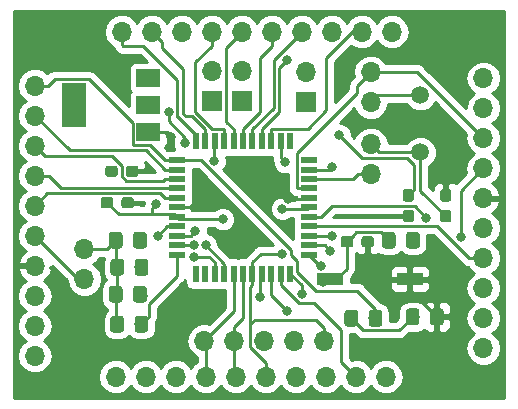
<source format=gtl>
G04 #@! TF.GenerationSoftware,KiCad,Pcbnew,(5.0.2)-1*
G04 #@! TF.CreationDate,2019-07-14T21:05:42+02:00*
G04 #@! TF.ProjectId,Rosatron,526f7361-7472-46f6-9e2e-6b696361645f,rev?*
G04 #@! TF.SameCoordinates,PX4c8bb40PY4eb9cf0*
G04 #@! TF.FileFunction,Copper,L1,Top*
G04 #@! TF.FilePolarity,Positive*
%FSLAX46Y46*%
G04 Gerber Fmt 4.6, Leading zero omitted, Abs format (unit mm)*
G04 Created by KiCad (PCBNEW (5.0.2)-1) date 14/07/2019 21:05:42*
%MOMM*%
%LPD*%
G01*
G04 APERTURE LIST*
G04 #@! TA.AperFunction,ComponentPad*
%ADD10O,1.700000X1.700000*%
G04 #@! TD*
G04 #@! TA.AperFunction,SMDPad,CuDef*
%ADD11R,1.473200X0.508000*%
G04 #@! TD*
G04 #@! TA.AperFunction,SMDPad,CuDef*
%ADD12R,0.508000X1.473200*%
G04 #@! TD*
G04 #@! TA.AperFunction,ComponentPad*
%ADD13R,1.700000X1.700000*%
G04 #@! TD*
G04 #@! TA.AperFunction,Conductor*
%ADD14C,0.100000*%
G04 #@! TD*
G04 #@! TA.AperFunction,SMDPad,CuDef*
%ADD15C,0.950000*%
G04 #@! TD*
G04 #@! TA.AperFunction,SMDPad,CuDef*
%ADD16C,1.150000*%
G04 #@! TD*
G04 #@! TA.AperFunction,SMDPad,CuDef*
%ADD17R,2.160000X1.120000*%
G04 #@! TD*
G04 #@! TA.AperFunction,SMDPad,CuDef*
%ADD18R,2.000000X3.800000*%
G04 #@! TD*
G04 #@! TA.AperFunction,SMDPad,CuDef*
%ADD19R,2.000000X1.500000*%
G04 #@! TD*
G04 #@! TA.AperFunction,ComponentPad*
%ADD20C,1.500000*%
G04 #@! TD*
G04 #@! TA.AperFunction,ViaPad*
%ADD21C,0.800000*%
G04 #@! TD*
G04 #@! TA.AperFunction,Conductor*
%ADD22C,0.250000*%
G04 #@! TD*
G04 #@! TA.AperFunction,Conductor*
%ADD23C,0.254000*%
G04 #@! TD*
G04 APERTURE END LIST*
D10*
G04 #@! TO.P,,10*
G04 #@! TO.N,/RA4*
X40005000Y4445000D03*
G04 #@! TO.P,,9*
G04 #@! TO.N,/RA5*
X40005000Y6985000D03*
G04 #@! TO.P,,8*
G04 #@! TO.N,/RE0*
X40005000Y9525000D03*
G04 #@! TO.P,,7*
G04 #@! TO.N,/RE1*
X40005000Y12065000D03*
G04 #@! TO.P,,6*
G04 #@! TO.N,/RE2*
X40005000Y14605000D03*
G04 #@! TO.P,,5*
G04 #@! TO.N,Earth*
X40005000Y17145000D03*
G04 #@! TO.P,,4*
G04 #@! TO.N,+5V*
X40005000Y19685000D03*
G04 #@! TO.P,,3*
G04 #@! TO.N,/RA7*
X40005000Y22225000D03*
G04 #@! TO.P,,2*
G04 #@! TO.N,/RA6*
X40005000Y24765000D03*
G04 #@! TO.P,,1*
G04 #@! TO.N,/RC0*
X40005000Y27305000D03*
G04 #@! TD*
G04 #@! TO.P,OSC1,2*
G04 #@! TO.N,/RA7*
X30480000Y27813000D03*
G04 #@! TO.P,OSC1,1*
G04 #@! TO.N,Net-(220uf1-Pad1)*
X30480000Y25273000D03*
G04 #@! TD*
G04 #@! TO.P,OSC2,2*
G04 #@! TO.N,Net-(220uf2-Pad1)*
X30480000Y21717000D03*
G04 #@! TO.P,OSC2,1*
G04 #@! TO.N,/RA6*
X30480000Y19177000D03*
G04 #@! TD*
D11*
G04 #@! TO.P,U1,1*
G04 #@! TO.N,/RC7*
X14046200Y20370000D03*
G04 #@! TO.P,U1,2*
G04 #@! TO.N,/RD4*
X14046200Y19569999D03*
G04 #@! TO.P,U1,3*
G04 #@! TO.N,/RD5*
X14046200Y18770000D03*
G04 #@! TO.P,U1,4*
G04 #@! TO.N,/RD6*
X14046200Y17969999D03*
G04 #@! TO.P,U1,5*
G04 #@! TO.N,/RD7*
X14046200Y17170001D03*
G04 #@! TO.P,U1,6*
G04 #@! TO.N,Earth*
X14046200Y16370000D03*
G04 #@! TO.P,U1,7*
G04 #@! TO.N,+5V*
X14046200Y15569999D03*
G04 #@! TO.P,U1,8*
G04 #@! TO.N,/RB0*
X14046200Y14770001D03*
G04 #@! TO.P,U1,9*
G04 #@! TO.N,/RB1*
X14046200Y13970000D03*
G04 #@! TO.P,U1,10*
G04 #@! TO.N,/RB2*
X14046200Y13170001D03*
G04 #@! TO.P,U1,11*
G04 #@! TO.N,/RB3*
X14046200Y12370000D03*
D12*
G04 #@! TO.P,U1,12*
G04 #@! TO.N,N/C*
X15659600Y10756600D03*
G04 #@! TO.P,U1,13*
X16459601Y10756600D03*
G04 #@! TO.P,U1,14*
G04 #@! TO.N,/RB4*
X17259600Y10756600D03*
G04 #@! TO.P,U1,15*
G04 #@! TO.N,/RB5*
X18059601Y10756600D03*
G04 #@! TO.P,U1,16*
G04 #@! TO.N,/RB6_PGC*
X18859599Y10756600D03*
G04 #@! TO.P,U1,17*
G04 #@! TO.N,/RB7_PGD*
X19659600Y10756600D03*
G04 #@! TO.P,U1,18*
G04 #@! TO.N,/RE3_MCLR*
X20459601Y10756600D03*
G04 #@! TO.P,U1,19*
G04 #@! TO.N,/RA0*
X21259599Y10756600D03*
G04 #@! TO.P,U1,20*
G04 #@! TO.N,/RA1*
X22059600Y10756600D03*
G04 #@! TO.P,U1,21*
G04 #@! TO.N,/RA2*
X22859599Y10756600D03*
G04 #@! TO.P,U1,22*
G04 #@! TO.N,/RA3*
X23659600Y10756600D03*
D11*
G04 #@! TO.P,U1,23*
G04 #@! TO.N,/RA4*
X25273000Y12370000D03*
G04 #@! TO.P,U1,24*
G04 #@! TO.N,/RA5*
X25273000Y13170001D03*
G04 #@! TO.P,U1,25*
G04 #@! TO.N,/RE0*
X25273000Y13970000D03*
G04 #@! TO.P,U1,26*
G04 #@! TO.N,/RE1*
X25273000Y14770001D03*
G04 #@! TO.P,U1,27*
G04 #@! TO.N,/RE2*
X25273000Y15569999D03*
G04 #@! TO.P,U1,28*
G04 #@! TO.N,+5V*
X25273000Y16370000D03*
G04 #@! TO.P,U1,29*
G04 #@! TO.N,Earth*
X25273000Y17170001D03*
G04 #@! TO.P,U1,30*
G04 #@! TO.N,/RA7*
X25273000Y17969999D03*
G04 #@! TO.P,U1,31*
G04 #@! TO.N,/RA6*
X25273000Y18770000D03*
G04 #@! TO.P,U1,32*
G04 #@! TO.N,/RC0*
X25273000Y19569999D03*
G04 #@! TO.P,U1,33*
G04 #@! TO.N,N/C*
X25273000Y20370000D03*
D12*
G04 #@! TO.P,U1,34*
X23659600Y21983400D03*
G04 #@! TO.P,U1,35*
G04 #@! TO.N,/RC1*
X22859599Y21983400D03*
G04 #@! TO.P,U1,36*
G04 #@! TO.N,/RC2*
X22059600Y21983400D03*
G04 #@! TO.P,U1,37*
G04 #@! TO.N,/RC3*
X21259599Y21983400D03*
G04 #@! TO.P,U1,38*
G04 #@! TO.N,/RD0*
X20459601Y21983400D03*
G04 #@! TO.P,U1,39*
G04 #@! TO.N,/RD1*
X19659600Y21983400D03*
G04 #@! TO.P,U1,40*
G04 #@! TO.N,/RD2*
X18859599Y21983400D03*
G04 #@! TO.P,U1,41*
G04 #@! TO.N,/RD3*
X18059601Y21983400D03*
G04 #@! TO.P,U1,42*
G04 #@! TO.N,/RC4*
X17259600Y21983400D03*
G04 #@! TO.P,U1,43*
G04 #@! TO.N,/RC5*
X16459601Y21983400D03*
G04 #@! TO.P,U1,44*
G04 #@! TO.N,/RC6*
X15659600Y21983400D03*
G04 #@! TD*
D13*
G04 #@! TO.P,,1*
G04 #@! TO.N,Net-(J10-Pad1)*
X19558000Y25400000D03*
D10*
G04 #@! TO.P,,2*
G04 #@! TO.N,Net-(J10-Pad2)*
X19558000Y27940000D03*
G04 #@! TD*
D13*
G04 #@! TO.P,Interruptor,1*
G04 #@! TO.N,Earth*
X17018000Y25400000D03*
D10*
G04 #@! TO.P,Interruptor,2*
G04 #@! TO.N,Net-(J2-Pad2)*
X17018000Y27940000D03*
G04 #@! TD*
G04 #@! TO.P,,10*
G04 #@! TO.N,/RA3*
X31750000Y2032000D03*
G04 #@! TO.P,,9*
G04 #@! TO.N,/RA2*
X29210000Y2032000D03*
G04 #@! TO.P,,8*
G04 #@! TO.N,/RA1*
X26670000Y2032000D03*
G04 #@! TO.P,,7*
G04 #@! TO.N,/RA0*
X24130000Y2032000D03*
G04 #@! TO.P,,6*
G04 #@! TO.N,/RE3_MCLR*
X21590000Y2032000D03*
G04 #@! TO.P,,5*
G04 #@! TO.N,/RB7_PGD*
X19050000Y2032000D03*
G04 #@! TO.P,,4*
G04 #@! TO.N,/RB6_PGC*
X16510000Y2032000D03*
G04 #@! TO.P,,3*
G04 #@! TO.N,/RB5*
X13970000Y2032000D03*
G04 #@! TO.P,,2*
G04 #@! TO.N,/RB4*
X11430000Y2032000D03*
G04 #@! TO.P,,1*
G04 #@! TO.N,/RB3*
X8890000Y2032000D03*
G04 #@! TD*
G04 #@! TO.P,,2*
G04 #@! TO.N,/RC5*
X11938000Y31242000D03*
G04 #@! TO.P,,3*
G04 #@! TO.N,/RC4*
X14478000Y31242000D03*
G04 #@! TO.P,,4*
G04 #@! TO.N,/RD3*
X17018000Y31242000D03*
G04 #@! TO.P,,5*
G04 #@! TO.N,/RD2*
X19558000Y31242000D03*
G04 #@! TO.P,,6*
G04 #@! TO.N,/RD1*
X22098000Y31242000D03*
G04 #@! TO.P,,7*
G04 #@! TO.N,/RD0*
X24638000Y31242000D03*
G04 #@! TO.P,,8*
G04 #@! TO.N,/RC3*
X27178000Y31242000D03*
G04 #@! TO.P,,9*
G04 #@! TO.N,/RC2*
X29718000Y31242000D03*
G04 #@! TO.P,,10*
G04 #@! TO.N,/RC1*
X32258000Y31242000D03*
G04 #@! TO.P,,1*
G04 #@! TO.N,/RC6*
X9398000Y31242000D03*
G04 #@! TD*
G04 #@! TO.P,,10*
G04 #@! TO.N,/RB2*
X2032000Y3810000D03*
G04 #@! TO.P,,9*
G04 #@! TO.N,/RB1*
X2032000Y6350000D03*
G04 #@! TO.P,,8*
G04 #@! TO.N,/RB0*
X2032000Y8890000D03*
G04 #@! TO.P,,7*
G04 #@! TO.N,Earth*
X2032000Y11430000D03*
G04 #@! TO.P,,6*
G04 #@! TO.N,+5V*
X2032000Y13970000D03*
G04 #@! TO.P,,5*
G04 #@! TO.N,/RD7*
X2032000Y16510000D03*
G04 #@! TO.P,,4*
G04 #@! TO.N,/RD6*
X2032000Y19050000D03*
G04 #@! TO.P,,3*
G04 #@! TO.N,/RD5*
X2032000Y21590000D03*
G04 #@! TO.P,,2*
G04 #@! TO.N,/RD4*
X2032000Y24130000D03*
G04 #@! TO.P,,1*
G04 #@! TO.N,/RC7*
X2032000Y26670000D03*
G04 #@! TD*
G04 #@! TO.P,P.UP,2*
G04 #@! TO.N,+5V*
X6223000Y10287000D03*
G04 #@! TO.P,P.UP,1*
G04 #@! TO.N,Net-(J9-Pad1)*
X6223000Y12827000D03*
G04 #@! TD*
G04 #@! TO.P,PROG,2*
G04 #@! TO.N,+5V*
X24003000Y5080000D03*
G04 #@! TO.P,PROG,3*
G04 #@! TO.N,Earth*
X21463000Y5080000D03*
G04 #@! TO.P,PROG,4*
G04 #@! TO.N,/RB7_PGD*
X18923000Y5080000D03*
G04 #@! TO.P,PROG,5*
G04 #@! TO.N,/RB6_PGC*
X16383000Y5080000D03*
G04 #@! TO.P,PROG,1*
G04 #@! TO.N,/RE3_MCLR*
X26543000Y5080000D03*
G04 #@! TD*
D14*
G04 #@! TO.N,/RE3_MCLR*
G04 #@! TO.C,C3*
G36*
X28772779Y13935856D02*
X28795834Y13932437D01*
X28818443Y13926773D01*
X28840387Y13918921D01*
X28861457Y13908956D01*
X28881448Y13896974D01*
X28900168Y13883090D01*
X28917438Y13867438D01*
X28933090Y13850168D01*
X28946974Y13831448D01*
X28958956Y13811457D01*
X28968921Y13790387D01*
X28976773Y13768443D01*
X28982437Y13745834D01*
X28985856Y13722779D01*
X28987000Y13699500D01*
X28987000Y13224500D01*
X28985856Y13201221D01*
X28982437Y13178166D01*
X28976773Y13155557D01*
X28968921Y13133613D01*
X28958956Y13112543D01*
X28946974Y13092552D01*
X28933090Y13073832D01*
X28917438Y13056562D01*
X28900168Y13040910D01*
X28881448Y13027026D01*
X28861457Y13015044D01*
X28840387Y13005079D01*
X28818443Y12997227D01*
X28795834Y12991563D01*
X28772779Y12988144D01*
X28749500Y12987000D01*
X28174500Y12987000D01*
X28151221Y12988144D01*
X28128166Y12991563D01*
X28105557Y12997227D01*
X28083613Y13005079D01*
X28062543Y13015044D01*
X28042552Y13027026D01*
X28023832Y13040910D01*
X28006562Y13056562D01*
X27990910Y13073832D01*
X27977026Y13092552D01*
X27965044Y13112543D01*
X27955079Y13133613D01*
X27947227Y13155557D01*
X27941563Y13178166D01*
X27938144Y13201221D01*
X27937000Y13224500D01*
X27937000Y13699500D01*
X27938144Y13722779D01*
X27941563Y13745834D01*
X27947227Y13768443D01*
X27955079Y13790387D01*
X27965044Y13811457D01*
X27977026Y13831448D01*
X27990910Y13850168D01*
X28006562Y13867438D01*
X28023832Y13883090D01*
X28042552Y13896974D01*
X28062543Y13908956D01*
X28083613Y13918921D01*
X28105557Y13926773D01*
X28128166Y13932437D01*
X28151221Y13935856D01*
X28174500Y13937000D01*
X28749500Y13937000D01*
X28772779Y13935856D01*
X28772779Y13935856D01*
G37*
D15*
G04 #@! TD*
G04 #@! TO.P,C3,1*
G04 #@! TO.N,/RE3_MCLR*
X28462000Y13462000D03*
D14*
G04 #@! TO.N,Earth*
G04 #@! TO.C,C3*
G36*
X30522779Y13935856D02*
X30545834Y13932437D01*
X30568443Y13926773D01*
X30590387Y13918921D01*
X30611457Y13908956D01*
X30631448Y13896974D01*
X30650168Y13883090D01*
X30667438Y13867438D01*
X30683090Y13850168D01*
X30696974Y13831448D01*
X30708956Y13811457D01*
X30718921Y13790387D01*
X30726773Y13768443D01*
X30732437Y13745834D01*
X30735856Y13722779D01*
X30737000Y13699500D01*
X30737000Y13224500D01*
X30735856Y13201221D01*
X30732437Y13178166D01*
X30726773Y13155557D01*
X30718921Y13133613D01*
X30708956Y13112543D01*
X30696974Y13092552D01*
X30683090Y13073832D01*
X30667438Y13056562D01*
X30650168Y13040910D01*
X30631448Y13027026D01*
X30611457Y13015044D01*
X30590387Y13005079D01*
X30568443Y12997227D01*
X30545834Y12991563D01*
X30522779Y12988144D01*
X30499500Y12987000D01*
X29924500Y12987000D01*
X29901221Y12988144D01*
X29878166Y12991563D01*
X29855557Y12997227D01*
X29833613Y13005079D01*
X29812543Y13015044D01*
X29792552Y13027026D01*
X29773832Y13040910D01*
X29756562Y13056562D01*
X29740910Y13073832D01*
X29727026Y13092552D01*
X29715044Y13112543D01*
X29705079Y13133613D01*
X29697227Y13155557D01*
X29691563Y13178166D01*
X29688144Y13201221D01*
X29687000Y13224500D01*
X29687000Y13699500D01*
X29688144Y13722779D01*
X29691563Y13745834D01*
X29697227Y13768443D01*
X29705079Y13790387D01*
X29715044Y13811457D01*
X29727026Y13831448D01*
X29740910Y13850168D01*
X29756562Y13867438D01*
X29773832Y13883090D01*
X29792552Y13896974D01*
X29812543Y13908956D01*
X29833613Y13918921D01*
X29855557Y13926773D01*
X29878166Y13932437D01*
X29901221Y13935856D01*
X29924500Y13937000D01*
X30499500Y13937000D01*
X30522779Y13935856D01*
X30522779Y13935856D01*
G37*
D15*
G04 #@! TD*
G04 #@! TO.P,C3,2*
G04 #@! TO.N,Earth*
X30212000Y13462000D03*
D14*
G04 #@! TO.N,Earth*
G04 #@! TO.C,C5*
G36*
X33915779Y16158856D02*
X33938834Y16155437D01*
X33961443Y16149773D01*
X33983387Y16141921D01*
X34004457Y16131956D01*
X34024448Y16119974D01*
X34043168Y16106090D01*
X34060438Y16090438D01*
X34076090Y16073168D01*
X34089974Y16054448D01*
X34101956Y16034457D01*
X34111921Y16013387D01*
X34119773Y15991443D01*
X34125437Y15968834D01*
X34128856Y15945779D01*
X34130000Y15922500D01*
X34130000Y15347500D01*
X34128856Y15324221D01*
X34125437Y15301166D01*
X34119773Y15278557D01*
X34111921Y15256613D01*
X34101956Y15235543D01*
X34089974Y15215552D01*
X34076090Y15196832D01*
X34060438Y15179562D01*
X34043168Y15163910D01*
X34024448Y15150026D01*
X34004457Y15138044D01*
X33983387Y15128079D01*
X33961443Y15120227D01*
X33938834Y15114563D01*
X33915779Y15111144D01*
X33892500Y15110000D01*
X33417500Y15110000D01*
X33394221Y15111144D01*
X33371166Y15114563D01*
X33348557Y15120227D01*
X33326613Y15128079D01*
X33305543Y15138044D01*
X33285552Y15150026D01*
X33266832Y15163910D01*
X33249562Y15179562D01*
X33233910Y15196832D01*
X33220026Y15215552D01*
X33208044Y15235543D01*
X33198079Y15256613D01*
X33190227Y15278557D01*
X33184563Y15301166D01*
X33181144Y15324221D01*
X33180000Y15347500D01*
X33180000Y15922500D01*
X33181144Y15945779D01*
X33184563Y15968834D01*
X33190227Y15991443D01*
X33198079Y16013387D01*
X33208044Y16034457D01*
X33220026Y16054448D01*
X33233910Y16073168D01*
X33249562Y16090438D01*
X33266832Y16106090D01*
X33285552Y16119974D01*
X33305543Y16131956D01*
X33326613Y16141921D01*
X33348557Y16149773D01*
X33371166Y16155437D01*
X33394221Y16158856D01*
X33417500Y16160000D01*
X33892500Y16160000D01*
X33915779Y16158856D01*
X33915779Y16158856D01*
G37*
D15*
G04 #@! TD*
G04 #@! TO.P,C5,2*
G04 #@! TO.N,Earth*
X33655000Y15635000D03*
D14*
G04 #@! TO.N,Net-(220uf1-Pad1)*
G04 #@! TO.C,C5*
G36*
X33915779Y17908856D02*
X33938834Y17905437D01*
X33961443Y17899773D01*
X33983387Y17891921D01*
X34004457Y17881956D01*
X34024448Y17869974D01*
X34043168Y17856090D01*
X34060438Y17840438D01*
X34076090Y17823168D01*
X34089974Y17804448D01*
X34101956Y17784457D01*
X34111921Y17763387D01*
X34119773Y17741443D01*
X34125437Y17718834D01*
X34128856Y17695779D01*
X34130000Y17672500D01*
X34130000Y17097500D01*
X34128856Y17074221D01*
X34125437Y17051166D01*
X34119773Y17028557D01*
X34111921Y17006613D01*
X34101956Y16985543D01*
X34089974Y16965552D01*
X34076090Y16946832D01*
X34060438Y16929562D01*
X34043168Y16913910D01*
X34024448Y16900026D01*
X34004457Y16888044D01*
X33983387Y16878079D01*
X33961443Y16870227D01*
X33938834Y16864563D01*
X33915779Y16861144D01*
X33892500Y16860000D01*
X33417500Y16860000D01*
X33394221Y16861144D01*
X33371166Y16864563D01*
X33348557Y16870227D01*
X33326613Y16878079D01*
X33305543Y16888044D01*
X33285552Y16900026D01*
X33266832Y16913910D01*
X33249562Y16929562D01*
X33233910Y16946832D01*
X33220026Y16965552D01*
X33208044Y16985543D01*
X33198079Y17006613D01*
X33190227Y17028557D01*
X33184563Y17051166D01*
X33181144Y17074221D01*
X33180000Y17097500D01*
X33180000Y17672500D01*
X33181144Y17695779D01*
X33184563Y17718834D01*
X33190227Y17741443D01*
X33198079Y17763387D01*
X33208044Y17784457D01*
X33220026Y17804448D01*
X33233910Y17823168D01*
X33249562Y17840438D01*
X33266832Y17856090D01*
X33285552Y17869974D01*
X33305543Y17881956D01*
X33326613Y17891921D01*
X33348557Y17899773D01*
X33371166Y17905437D01*
X33394221Y17908856D01*
X33417500Y17910000D01*
X33892500Y17910000D01*
X33915779Y17908856D01*
X33915779Y17908856D01*
G37*
D15*
G04 #@! TD*
G04 #@! TO.P,C5,1*
G04 #@! TO.N,Net-(220uf1-Pad1)*
X33655000Y17385000D03*
D14*
G04 #@! TO.N,Net-(220uf2-Pad1)*
G04 #@! TO.C, *
G36*
X37090779Y16158856D02*
X37113834Y16155437D01*
X37136443Y16149773D01*
X37158387Y16141921D01*
X37179457Y16131956D01*
X37199448Y16119974D01*
X37218168Y16106090D01*
X37235438Y16090438D01*
X37251090Y16073168D01*
X37264974Y16054448D01*
X37276956Y16034457D01*
X37286921Y16013387D01*
X37294773Y15991443D01*
X37300437Y15968834D01*
X37303856Y15945779D01*
X37305000Y15922500D01*
X37305000Y15347500D01*
X37303856Y15324221D01*
X37300437Y15301166D01*
X37294773Y15278557D01*
X37286921Y15256613D01*
X37276956Y15235543D01*
X37264974Y15215552D01*
X37251090Y15196832D01*
X37235438Y15179562D01*
X37218168Y15163910D01*
X37199448Y15150026D01*
X37179457Y15138044D01*
X37158387Y15128079D01*
X37136443Y15120227D01*
X37113834Y15114563D01*
X37090779Y15111144D01*
X37067500Y15110000D01*
X36592500Y15110000D01*
X36569221Y15111144D01*
X36546166Y15114563D01*
X36523557Y15120227D01*
X36501613Y15128079D01*
X36480543Y15138044D01*
X36460552Y15150026D01*
X36441832Y15163910D01*
X36424562Y15179562D01*
X36408910Y15196832D01*
X36395026Y15215552D01*
X36383044Y15235543D01*
X36373079Y15256613D01*
X36365227Y15278557D01*
X36359563Y15301166D01*
X36356144Y15324221D01*
X36355000Y15347500D01*
X36355000Y15922500D01*
X36356144Y15945779D01*
X36359563Y15968834D01*
X36365227Y15991443D01*
X36373079Y16013387D01*
X36383044Y16034457D01*
X36395026Y16054448D01*
X36408910Y16073168D01*
X36424562Y16090438D01*
X36441832Y16106090D01*
X36460552Y16119974D01*
X36480543Y16131956D01*
X36501613Y16141921D01*
X36523557Y16149773D01*
X36546166Y16155437D01*
X36569221Y16158856D01*
X36592500Y16160000D01*
X37067500Y16160000D01*
X37090779Y16158856D01*
X37090779Y16158856D01*
G37*
D15*
G04 #@! TD*
G04 #@! TO.P, ,1*
G04 #@! TO.N,Net-(220uf2-Pad1)*
X36830000Y15635000D03*
D14*
G04 #@! TO.N,Earth*
G04 #@! TO.C, *
G36*
X37090779Y17908856D02*
X37113834Y17905437D01*
X37136443Y17899773D01*
X37158387Y17891921D01*
X37179457Y17881956D01*
X37199448Y17869974D01*
X37218168Y17856090D01*
X37235438Y17840438D01*
X37251090Y17823168D01*
X37264974Y17804448D01*
X37276956Y17784457D01*
X37286921Y17763387D01*
X37294773Y17741443D01*
X37300437Y17718834D01*
X37303856Y17695779D01*
X37305000Y17672500D01*
X37305000Y17097500D01*
X37303856Y17074221D01*
X37300437Y17051166D01*
X37294773Y17028557D01*
X37286921Y17006613D01*
X37276956Y16985543D01*
X37264974Y16965552D01*
X37251090Y16946832D01*
X37235438Y16929562D01*
X37218168Y16913910D01*
X37199448Y16900026D01*
X37179457Y16888044D01*
X37158387Y16878079D01*
X37136443Y16870227D01*
X37113834Y16864563D01*
X37090779Y16861144D01*
X37067500Y16860000D01*
X36592500Y16860000D01*
X36569221Y16861144D01*
X36546166Y16864563D01*
X36523557Y16870227D01*
X36501613Y16878079D01*
X36480543Y16888044D01*
X36460552Y16900026D01*
X36441832Y16913910D01*
X36424562Y16929562D01*
X36408910Y16946832D01*
X36395026Y16965552D01*
X36383044Y16985543D01*
X36373079Y17006613D01*
X36365227Y17028557D01*
X36359563Y17051166D01*
X36356144Y17074221D01*
X36355000Y17097500D01*
X36355000Y17672500D01*
X36356144Y17695779D01*
X36359563Y17718834D01*
X36365227Y17741443D01*
X36373079Y17763387D01*
X36383044Y17784457D01*
X36395026Y17804448D01*
X36408910Y17823168D01*
X36424562Y17840438D01*
X36441832Y17856090D01*
X36460552Y17869974D01*
X36480543Y17881956D01*
X36501613Y17891921D01*
X36523557Y17899773D01*
X36546166Y17905437D01*
X36569221Y17908856D01*
X36592500Y17910000D01*
X37067500Y17910000D01*
X37090779Y17908856D01*
X37090779Y17908856D01*
G37*
D15*
G04 #@! TD*
G04 #@! TO.P, ,2*
G04 #@! TO.N,Earth*
X36830000Y17385000D03*
D14*
G04 #@! TO.N,+5V*
G04 #@! TO.C,C1*
G36*
X8833779Y19904856D02*
X8856834Y19901437D01*
X8879443Y19895773D01*
X8901387Y19887921D01*
X8922457Y19877956D01*
X8942448Y19865974D01*
X8961168Y19852090D01*
X8978438Y19836438D01*
X8994090Y19819168D01*
X9007974Y19800448D01*
X9019956Y19780457D01*
X9029921Y19759387D01*
X9037773Y19737443D01*
X9043437Y19714834D01*
X9046856Y19691779D01*
X9048000Y19668500D01*
X9048000Y19193500D01*
X9046856Y19170221D01*
X9043437Y19147166D01*
X9037773Y19124557D01*
X9029921Y19102613D01*
X9019956Y19081543D01*
X9007974Y19061552D01*
X8994090Y19042832D01*
X8978438Y19025562D01*
X8961168Y19009910D01*
X8942448Y18996026D01*
X8922457Y18984044D01*
X8901387Y18974079D01*
X8879443Y18966227D01*
X8856834Y18960563D01*
X8833779Y18957144D01*
X8810500Y18956000D01*
X8235500Y18956000D01*
X8212221Y18957144D01*
X8189166Y18960563D01*
X8166557Y18966227D01*
X8144613Y18974079D01*
X8123543Y18984044D01*
X8103552Y18996026D01*
X8084832Y19009910D01*
X8067562Y19025562D01*
X8051910Y19042832D01*
X8038026Y19061552D01*
X8026044Y19081543D01*
X8016079Y19102613D01*
X8008227Y19124557D01*
X8002563Y19147166D01*
X7999144Y19170221D01*
X7998000Y19193500D01*
X7998000Y19668500D01*
X7999144Y19691779D01*
X8002563Y19714834D01*
X8008227Y19737443D01*
X8016079Y19759387D01*
X8026044Y19780457D01*
X8038026Y19800448D01*
X8051910Y19819168D01*
X8067562Y19836438D01*
X8084832Y19852090D01*
X8103552Y19865974D01*
X8123543Y19877956D01*
X8144613Y19887921D01*
X8166557Y19895773D01*
X8189166Y19901437D01*
X8212221Y19904856D01*
X8235500Y19906000D01*
X8810500Y19906000D01*
X8833779Y19904856D01*
X8833779Y19904856D01*
G37*
D15*
G04 #@! TD*
G04 #@! TO.P,C1,1*
G04 #@! TO.N,+5V*
X8523000Y19431000D03*
D14*
G04 #@! TO.N,Earth*
G04 #@! TO.C,C1*
G36*
X10583779Y19904856D02*
X10606834Y19901437D01*
X10629443Y19895773D01*
X10651387Y19887921D01*
X10672457Y19877956D01*
X10692448Y19865974D01*
X10711168Y19852090D01*
X10728438Y19836438D01*
X10744090Y19819168D01*
X10757974Y19800448D01*
X10769956Y19780457D01*
X10779921Y19759387D01*
X10787773Y19737443D01*
X10793437Y19714834D01*
X10796856Y19691779D01*
X10798000Y19668500D01*
X10798000Y19193500D01*
X10796856Y19170221D01*
X10793437Y19147166D01*
X10787773Y19124557D01*
X10779921Y19102613D01*
X10769956Y19081543D01*
X10757974Y19061552D01*
X10744090Y19042832D01*
X10728438Y19025562D01*
X10711168Y19009910D01*
X10692448Y18996026D01*
X10672457Y18984044D01*
X10651387Y18974079D01*
X10629443Y18966227D01*
X10606834Y18960563D01*
X10583779Y18957144D01*
X10560500Y18956000D01*
X9985500Y18956000D01*
X9962221Y18957144D01*
X9939166Y18960563D01*
X9916557Y18966227D01*
X9894613Y18974079D01*
X9873543Y18984044D01*
X9853552Y18996026D01*
X9834832Y19009910D01*
X9817562Y19025562D01*
X9801910Y19042832D01*
X9788026Y19061552D01*
X9776044Y19081543D01*
X9766079Y19102613D01*
X9758227Y19124557D01*
X9752563Y19147166D01*
X9749144Y19170221D01*
X9748000Y19193500D01*
X9748000Y19668500D01*
X9749144Y19691779D01*
X9752563Y19714834D01*
X9758227Y19737443D01*
X9766079Y19759387D01*
X9776044Y19780457D01*
X9788026Y19800448D01*
X9801910Y19819168D01*
X9817562Y19836438D01*
X9834832Y19852090D01*
X9853552Y19865974D01*
X9873543Y19877956D01*
X9894613Y19887921D01*
X9916557Y19895773D01*
X9939166Y19901437D01*
X9962221Y19904856D01*
X9985500Y19906000D01*
X10560500Y19906000D01*
X10583779Y19904856D01*
X10583779Y19904856D01*
G37*
D15*
G04 #@! TD*
G04 #@! TO.P,C1,2*
G04 #@! TO.N,Earth*
X10273000Y19431000D03*
D14*
G04 #@! TO.N,Earth*
G04 #@! TO.C,C2*
G36*
X10202779Y17237856D02*
X10225834Y17234437D01*
X10248443Y17228773D01*
X10270387Y17220921D01*
X10291457Y17210956D01*
X10311448Y17198974D01*
X10330168Y17185090D01*
X10347438Y17169438D01*
X10363090Y17152168D01*
X10376974Y17133448D01*
X10388956Y17113457D01*
X10398921Y17092387D01*
X10406773Y17070443D01*
X10412437Y17047834D01*
X10415856Y17024779D01*
X10417000Y17001500D01*
X10417000Y16526500D01*
X10415856Y16503221D01*
X10412437Y16480166D01*
X10406773Y16457557D01*
X10398921Y16435613D01*
X10388956Y16414543D01*
X10376974Y16394552D01*
X10363090Y16375832D01*
X10347438Y16358562D01*
X10330168Y16342910D01*
X10311448Y16329026D01*
X10291457Y16317044D01*
X10270387Y16307079D01*
X10248443Y16299227D01*
X10225834Y16293563D01*
X10202779Y16290144D01*
X10179500Y16289000D01*
X9604500Y16289000D01*
X9581221Y16290144D01*
X9558166Y16293563D01*
X9535557Y16299227D01*
X9513613Y16307079D01*
X9492543Y16317044D01*
X9472552Y16329026D01*
X9453832Y16342910D01*
X9436562Y16358562D01*
X9420910Y16375832D01*
X9407026Y16394552D01*
X9395044Y16414543D01*
X9385079Y16435613D01*
X9377227Y16457557D01*
X9371563Y16480166D01*
X9368144Y16503221D01*
X9367000Y16526500D01*
X9367000Y17001500D01*
X9368144Y17024779D01*
X9371563Y17047834D01*
X9377227Y17070443D01*
X9385079Y17092387D01*
X9395044Y17113457D01*
X9407026Y17133448D01*
X9420910Y17152168D01*
X9436562Y17169438D01*
X9453832Y17185090D01*
X9472552Y17198974D01*
X9492543Y17210956D01*
X9513613Y17220921D01*
X9535557Y17228773D01*
X9558166Y17234437D01*
X9581221Y17237856D01*
X9604500Y17239000D01*
X10179500Y17239000D01*
X10202779Y17237856D01*
X10202779Y17237856D01*
G37*
D15*
G04 #@! TD*
G04 #@! TO.P,C2,2*
G04 #@! TO.N,Earth*
X9892000Y16764000D03*
D14*
G04 #@! TO.N,+5V*
G04 #@! TO.C,C2*
G36*
X8452779Y17237856D02*
X8475834Y17234437D01*
X8498443Y17228773D01*
X8520387Y17220921D01*
X8541457Y17210956D01*
X8561448Y17198974D01*
X8580168Y17185090D01*
X8597438Y17169438D01*
X8613090Y17152168D01*
X8626974Y17133448D01*
X8638956Y17113457D01*
X8648921Y17092387D01*
X8656773Y17070443D01*
X8662437Y17047834D01*
X8665856Y17024779D01*
X8667000Y17001500D01*
X8667000Y16526500D01*
X8665856Y16503221D01*
X8662437Y16480166D01*
X8656773Y16457557D01*
X8648921Y16435613D01*
X8638956Y16414543D01*
X8626974Y16394552D01*
X8613090Y16375832D01*
X8597438Y16358562D01*
X8580168Y16342910D01*
X8561448Y16329026D01*
X8541457Y16317044D01*
X8520387Y16307079D01*
X8498443Y16299227D01*
X8475834Y16293563D01*
X8452779Y16290144D01*
X8429500Y16289000D01*
X7854500Y16289000D01*
X7831221Y16290144D01*
X7808166Y16293563D01*
X7785557Y16299227D01*
X7763613Y16307079D01*
X7742543Y16317044D01*
X7722552Y16329026D01*
X7703832Y16342910D01*
X7686562Y16358562D01*
X7670910Y16375832D01*
X7657026Y16394552D01*
X7645044Y16414543D01*
X7635079Y16435613D01*
X7627227Y16457557D01*
X7621563Y16480166D01*
X7618144Y16503221D01*
X7617000Y16526500D01*
X7617000Y17001500D01*
X7618144Y17024779D01*
X7621563Y17047834D01*
X7627227Y17070443D01*
X7635079Y17092387D01*
X7645044Y17113457D01*
X7657026Y17133448D01*
X7670910Y17152168D01*
X7686562Y17169438D01*
X7703832Y17185090D01*
X7722552Y17198974D01*
X7742543Y17210956D01*
X7763613Y17220921D01*
X7785557Y17228773D01*
X7808166Y17234437D01*
X7831221Y17237856D01*
X7854500Y17239000D01*
X8429500Y17239000D01*
X8452779Y17237856D01*
X8452779Y17237856D01*
G37*
D15*
G04 #@! TD*
G04 #@! TO.P,C2,1*
G04 #@! TO.N,+5V*
X8142000Y16764000D03*
D14*
G04 #@! TO.N,Earth*
G04 #@! TO.C,D1*
G36*
X36417505Y7810796D02*
X36441773Y7807196D01*
X36465572Y7801235D01*
X36488671Y7792970D01*
X36510850Y7782480D01*
X36531893Y7769868D01*
X36551599Y7755253D01*
X36569777Y7738777D01*
X36586253Y7720599D01*
X36600868Y7700893D01*
X36613480Y7679850D01*
X36623970Y7657671D01*
X36632235Y7634572D01*
X36638196Y7610773D01*
X36641796Y7586505D01*
X36643000Y7562001D01*
X36643000Y6661999D01*
X36641796Y6637495D01*
X36638196Y6613227D01*
X36632235Y6589428D01*
X36623970Y6566329D01*
X36613480Y6544150D01*
X36600868Y6523107D01*
X36586253Y6503401D01*
X36569777Y6485223D01*
X36551599Y6468747D01*
X36531893Y6454132D01*
X36510850Y6441520D01*
X36488671Y6431030D01*
X36465572Y6422765D01*
X36441773Y6416804D01*
X36417505Y6413204D01*
X36393001Y6412000D01*
X35742999Y6412000D01*
X35718495Y6413204D01*
X35694227Y6416804D01*
X35670428Y6422765D01*
X35647329Y6431030D01*
X35625150Y6441520D01*
X35604107Y6454132D01*
X35584401Y6468747D01*
X35566223Y6485223D01*
X35549747Y6503401D01*
X35535132Y6523107D01*
X35522520Y6544150D01*
X35512030Y6566329D01*
X35503765Y6589428D01*
X35497804Y6613227D01*
X35494204Y6637495D01*
X35493000Y6661999D01*
X35493000Y7562001D01*
X35494204Y7586505D01*
X35497804Y7610773D01*
X35503765Y7634572D01*
X35512030Y7657671D01*
X35522520Y7679850D01*
X35535132Y7700893D01*
X35549747Y7720599D01*
X35566223Y7738777D01*
X35584401Y7755253D01*
X35604107Y7769868D01*
X35625150Y7782480D01*
X35647329Y7792970D01*
X35670428Y7801235D01*
X35694227Y7807196D01*
X35718495Y7810796D01*
X35742999Y7812000D01*
X36393001Y7812000D01*
X36417505Y7810796D01*
X36417505Y7810796D01*
G37*
D16*
G04 #@! TD*
G04 #@! TO.P,D1,1*
G04 #@! TO.N,Earth*
X36068000Y7112000D03*
D14*
G04 #@! TO.N,Net-(D1-Pad2)*
G04 #@! TO.C,D1*
G36*
X34367505Y7810796D02*
X34391773Y7807196D01*
X34415572Y7801235D01*
X34438671Y7792970D01*
X34460850Y7782480D01*
X34481893Y7769868D01*
X34501599Y7755253D01*
X34519777Y7738777D01*
X34536253Y7720599D01*
X34550868Y7700893D01*
X34563480Y7679850D01*
X34573970Y7657671D01*
X34582235Y7634572D01*
X34588196Y7610773D01*
X34591796Y7586505D01*
X34593000Y7562001D01*
X34593000Y6661999D01*
X34591796Y6637495D01*
X34588196Y6613227D01*
X34582235Y6589428D01*
X34573970Y6566329D01*
X34563480Y6544150D01*
X34550868Y6523107D01*
X34536253Y6503401D01*
X34519777Y6485223D01*
X34501599Y6468747D01*
X34481893Y6454132D01*
X34460850Y6441520D01*
X34438671Y6431030D01*
X34415572Y6422765D01*
X34391773Y6416804D01*
X34367505Y6413204D01*
X34343001Y6412000D01*
X33692999Y6412000D01*
X33668495Y6413204D01*
X33644227Y6416804D01*
X33620428Y6422765D01*
X33597329Y6431030D01*
X33575150Y6441520D01*
X33554107Y6454132D01*
X33534401Y6468747D01*
X33516223Y6485223D01*
X33499747Y6503401D01*
X33485132Y6523107D01*
X33472520Y6544150D01*
X33462030Y6566329D01*
X33453765Y6589428D01*
X33447804Y6613227D01*
X33444204Y6637495D01*
X33443000Y6661999D01*
X33443000Y7562001D01*
X33444204Y7586505D01*
X33447804Y7610773D01*
X33453765Y7634572D01*
X33462030Y7657671D01*
X33472520Y7679850D01*
X33485132Y7700893D01*
X33499747Y7720599D01*
X33516223Y7738777D01*
X33534401Y7755253D01*
X33554107Y7769868D01*
X33575150Y7782480D01*
X33597329Y7792970D01*
X33620428Y7801235D01*
X33644227Y7807196D01*
X33668495Y7810796D01*
X33692999Y7812000D01*
X34343001Y7812000D01*
X34367505Y7810796D01*
X34367505Y7810796D01*
G37*
D16*
G04 #@! TD*
G04 #@! TO.P,D1,2*
G04 #@! TO.N,Net-(D1-Pad2)*
X34018000Y7112000D03*
D10*
G04 #@! TO.P,Alim,2*
G04 #@! TO.N,Net-(J10-Pad2)*
X25019000Y27813000D03*
D13*
G04 #@! TO.P,Alim,1*
G04 #@! TO.N,Net-(J10-Pad1)*
X25019000Y25273000D03*
G04 #@! TD*
D14*
G04 #@! TO.N,Net-(J9-Pad1)*
G04 #@! TO.C,R1*
G36*
X9230505Y14287796D02*
X9254773Y14284196D01*
X9278572Y14278235D01*
X9301671Y14269970D01*
X9323850Y14259480D01*
X9344893Y14246868D01*
X9364599Y14232253D01*
X9382777Y14215777D01*
X9399253Y14197599D01*
X9413868Y14177893D01*
X9426480Y14156850D01*
X9436970Y14134671D01*
X9445235Y14111572D01*
X9451196Y14087773D01*
X9454796Y14063505D01*
X9456000Y14039001D01*
X9456000Y13138999D01*
X9454796Y13114495D01*
X9451196Y13090227D01*
X9445235Y13066428D01*
X9436970Y13043329D01*
X9426480Y13021150D01*
X9413868Y13000107D01*
X9399253Y12980401D01*
X9382777Y12962223D01*
X9364599Y12945747D01*
X9344893Y12931132D01*
X9323850Y12918520D01*
X9301671Y12908030D01*
X9278572Y12899765D01*
X9254773Y12893804D01*
X9230505Y12890204D01*
X9206001Y12889000D01*
X8555999Y12889000D01*
X8531495Y12890204D01*
X8507227Y12893804D01*
X8483428Y12899765D01*
X8460329Y12908030D01*
X8438150Y12918520D01*
X8417107Y12931132D01*
X8397401Y12945747D01*
X8379223Y12962223D01*
X8362747Y12980401D01*
X8348132Y13000107D01*
X8335520Y13021150D01*
X8325030Y13043329D01*
X8316765Y13066428D01*
X8310804Y13090227D01*
X8307204Y13114495D01*
X8306000Y13138999D01*
X8306000Y14039001D01*
X8307204Y14063505D01*
X8310804Y14087773D01*
X8316765Y14111572D01*
X8325030Y14134671D01*
X8335520Y14156850D01*
X8348132Y14177893D01*
X8362747Y14197599D01*
X8379223Y14215777D01*
X8397401Y14232253D01*
X8417107Y14246868D01*
X8438150Y14259480D01*
X8460329Y14269970D01*
X8483428Y14278235D01*
X8507227Y14284196D01*
X8531495Y14287796D01*
X8555999Y14289000D01*
X9206001Y14289000D01*
X9230505Y14287796D01*
X9230505Y14287796D01*
G37*
D16*
G04 #@! TD*
G04 #@! TO.P,R1,1*
G04 #@! TO.N,Net-(J9-Pad1)*
X8881000Y13589000D03*
D14*
G04 #@! TO.N,/RB0*
G04 #@! TO.C,R1*
G36*
X11280505Y14287796D02*
X11304773Y14284196D01*
X11328572Y14278235D01*
X11351671Y14269970D01*
X11373850Y14259480D01*
X11394893Y14246868D01*
X11414599Y14232253D01*
X11432777Y14215777D01*
X11449253Y14197599D01*
X11463868Y14177893D01*
X11476480Y14156850D01*
X11486970Y14134671D01*
X11495235Y14111572D01*
X11501196Y14087773D01*
X11504796Y14063505D01*
X11506000Y14039001D01*
X11506000Y13138999D01*
X11504796Y13114495D01*
X11501196Y13090227D01*
X11495235Y13066428D01*
X11486970Y13043329D01*
X11476480Y13021150D01*
X11463868Y13000107D01*
X11449253Y12980401D01*
X11432777Y12962223D01*
X11414599Y12945747D01*
X11394893Y12931132D01*
X11373850Y12918520D01*
X11351671Y12908030D01*
X11328572Y12899765D01*
X11304773Y12893804D01*
X11280505Y12890204D01*
X11256001Y12889000D01*
X10605999Y12889000D01*
X10581495Y12890204D01*
X10557227Y12893804D01*
X10533428Y12899765D01*
X10510329Y12908030D01*
X10488150Y12918520D01*
X10467107Y12931132D01*
X10447401Y12945747D01*
X10429223Y12962223D01*
X10412747Y12980401D01*
X10398132Y13000107D01*
X10385520Y13021150D01*
X10375030Y13043329D01*
X10366765Y13066428D01*
X10360804Y13090227D01*
X10357204Y13114495D01*
X10356000Y13138999D01*
X10356000Y14039001D01*
X10357204Y14063505D01*
X10360804Y14087773D01*
X10366765Y14111572D01*
X10375030Y14134671D01*
X10385520Y14156850D01*
X10398132Y14177893D01*
X10412747Y14197599D01*
X10429223Y14215777D01*
X10447401Y14232253D01*
X10467107Y14246868D01*
X10488150Y14259480D01*
X10510329Y14269970D01*
X10533428Y14278235D01*
X10557227Y14284196D01*
X10581495Y14287796D01*
X10605999Y14289000D01*
X11256001Y14289000D01*
X11280505Y14287796D01*
X11280505Y14287796D01*
G37*
D16*
G04 #@! TD*
G04 #@! TO.P,R1,2*
G04 #@! TO.N,/RB0*
X10931000Y13589000D03*
D14*
G04 #@! TO.N,Net-(D1-Pad2)*
G04 #@! TO.C,R2*
G36*
X29169505Y7683796D02*
X29193773Y7680196D01*
X29217572Y7674235D01*
X29240671Y7665970D01*
X29262850Y7655480D01*
X29283893Y7642868D01*
X29303599Y7628253D01*
X29321777Y7611777D01*
X29338253Y7593599D01*
X29352868Y7573893D01*
X29365480Y7552850D01*
X29375970Y7530671D01*
X29384235Y7507572D01*
X29390196Y7483773D01*
X29393796Y7459505D01*
X29395000Y7435001D01*
X29395000Y6534999D01*
X29393796Y6510495D01*
X29390196Y6486227D01*
X29384235Y6462428D01*
X29375970Y6439329D01*
X29365480Y6417150D01*
X29352868Y6396107D01*
X29338253Y6376401D01*
X29321777Y6358223D01*
X29303599Y6341747D01*
X29283893Y6327132D01*
X29262850Y6314520D01*
X29240671Y6304030D01*
X29217572Y6295765D01*
X29193773Y6289804D01*
X29169505Y6286204D01*
X29145001Y6285000D01*
X28494999Y6285000D01*
X28470495Y6286204D01*
X28446227Y6289804D01*
X28422428Y6295765D01*
X28399329Y6304030D01*
X28377150Y6314520D01*
X28356107Y6327132D01*
X28336401Y6341747D01*
X28318223Y6358223D01*
X28301747Y6376401D01*
X28287132Y6396107D01*
X28274520Y6417150D01*
X28264030Y6439329D01*
X28255765Y6462428D01*
X28249804Y6486227D01*
X28246204Y6510495D01*
X28245000Y6534999D01*
X28245000Y7435001D01*
X28246204Y7459505D01*
X28249804Y7483773D01*
X28255765Y7507572D01*
X28264030Y7530671D01*
X28274520Y7552850D01*
X28287132Y7573893D01*
X28301747Y7593599D01*
X28318223Y7611777D01*
X28336401Y7628253D01*
X28356107Y7642868D01*
X28377150Y7655480D01*
X28399329Y7665970D01*
X28422428Y7674235D01*
X28446227Y7680196D01*
X28470495Y7683796D01*
X28494999Y7685000D01*
X29145001Y7685000D01*
X29169505Y7683796D01*
X29169505Y7683796D01*
G37*
D16*
G04 #@! TD*
G04 #@! TO.P,R2,1*
G04 #@! TO.N,Net-(D1-Pad2)*
X28820000Y6985000D03*
D14*
G04 #@! TO.N,/RC7*
G04 #@! TO.C,R2*
G36*
X31219505Y7683796D02*
X31243773Y7680196D01*
X31267572Y7674235D01*
X31290671Y7665970D01*
X31312850Y7655480D01*
X31333893Y7642868D01*
X31353599Y7628253D01*
X31371777Y7611777D01*
X31388253Y7593599D01*
X31402868Y7573893D01*
X31415480Y7552850D01*
X31425970Y7530671D01*
X31434235Y7507572D01*
X31440196Y7483773D01*
X31443796Y7459505D01*
X31445000Y7435001D01*
X31445000Y6534999D01*
X31443796Y6510495D01*
X31440196Y6486227D01*
X31434235Y6462428D01*
X31425970Y6439329D01*
X31415480Y6417150D01*
X31402868Y6396107D01*
X31388253Y6376401D01*
X31371777Y6358223D01*
X31353599Y6341747D01*
X31333893Y6327132D01*
X31312850Y6314520D01*
X31290671Y6304030D01*
X31267572Y6295765D01*
X31243773Y6289804D01*
X31219505Y6286204D01*
X31195001Y6285000D01*
X30544999Y6285000D01*
X30520495Y6286204D01*
X30496227Y6289804D01*
X30472428Y6295765D01*
X30449329Y6304030D01*
X30427150Y6314520D01*
X30406107Y6327132D01*
X30386401Y6341747D01*
X30368223Y6358223D01*
X30351747Y6376401D01*
X30337132Y6396107D01*
X30324520Y6417150D01*
X30314030Y6439329D01*
X30305765Y6462428D01*
X30299804Y6486227D01*
X30296204Y6510495D01*
X30295000Y6534999D01*
X30295000Y7435001D01*
X30296204Y7459505D01*
X30299804Y7483773D01*
X30305765Y7507572D01*
X30314030Y7530671D01*
X30324520Y7552850D01*
X30337132Y7573893D01*
X30351747Y7593599D01*
X30368223Y7611777D01*
X30386401Y7628253D01*
X30406107Y7642868D01*
X30427150Y7655480D01*
X30449329Y7665970D01*
X30472428Y7674235D01*
X30496227Y7680196D01*
X30520495Y7683796D01*
X30544999Y7685000D01*
X31195001Y7685000D01*
X31219505Y7683796D01*
X31219505Y7683796D01*
G37*
D16*
G04 #@! TD*
G04 #@! TO.P,R2,2*
G04 #@! TO.N,/RC7*
X30870000Y6985000D03*
D14*
G04 #@! TO.N,/RB1*
G04 #@! TO.C,R3*
G36*
X11407505Y12001796D02*
X11431773Y11998196D01*
X11455572Y11992235D01*
X11478671Y11983970D01*
X11500850Y11973480D01*
X11521893Y11960868D01*
X11541599Y11946253D01*
X11559777Y11929777D01*
X11576253Y11911599D01*
X11590868Y11891893D01*
X11603480Y11870850D01*
X11613970Y11848671D01*
X11622235Y11825572D01*
X11628196Y11801773D01*
X11631796Y11777505D01*
X11633000Y11753001D01*
X11633000Y10852999D01*
X11631796Y10828495D01*
X11628196Y10804227D01*
X11622235Y10780428D01*
X11613970Y10757329D01*
X11603480Y10735150D01*
X11590868Y10714107D01*
X11576253Y10694401D01*
X11559777Y10676223D01*
X11541599Y10659747D01*
X11521893Y10645132D01*
X11500850Y10632520D01*
X11478671Y10622030D01*
X11455572Y10613765D01*
X11431773Y10607804D01*
X11407505Y10604204D01*
X11383001Y10603000D01*
X10732999Y10603000D01*
X10708495Y10604204D01*
X10684227Y10607804D01*
X10660428Y10613765D01*
X10637329Y10622030D01*
X10615150Y10632520D01*
X10594107Y10645132D01*
X10574401Y10659747D01*
X10556223Y10676223D01*
X10539747Y10694401D01*
X10525132Y10714107D01*
X10512520Y10735150D01*
X10502030Y10757329D01*
X10493765Y10780428D01*
X10487804Y10804227D01*
X10484204Y10828495D01*
X10483000Y10852999D01*
X10483000Y11753001D01*
X10484204Y11777505D01*
X10487804Y11801773D01*
X10493765Y11825572D01*
X10502030Y11848671D01*
X10512520Y11870850D01*
X10525132Y11891893D01*
X10539747Y11911599D01*
X10556223Y11929777D01*
X10574401Y11946253D01*
X10594107Y11960868D01*
X10615150Y11973480D01*
X10637329Y11983970D01*
X10660428Y11992235D01*
X10684227Y11998196D01*
X10708495Y12001796D01*
X10732999Y12003000D01*
X11383001Y12003000D01*
X11407505Y12001796D01*
X11407505Y12001796D01*
G37*
D16*
G04 #@! TD*
G04 #@! TO.P,R3,2*
G04 #@! TO.N,/RB1*
X11058000Y11303000D03*
D14*
G04 #@! TO.N,Net-(J9-Pad1)*
G04 #@! TO.C,R3*
G36*
X9357505Y12001796D02*
X9381773Y11998196D01*
X9405572Y11992235D01*
X9428671Y11983970D01*
X9450850Y11973480D01*
X9471893Y11960868D01*
X9491599Y11946253D01*
X9509777Y11929777D01*
X9526253Y11911599D01*
X9540868Y11891893D01*
X9553480Y11870850D01*
X9563970Y11848671D01*
X9572235Y11825572D01*
X9578196Y11801773D01*
X9581796Y11777505D01*
X9583000Y11753001D01*
X9583000Y10852999D01*
X9581796Y10828495D01*
X9578196Y10804227D01*
X9572235Y10780428D01*
X9563970Y10757329D01*
X9553480Y10735150D01*
X9540868Y10714107D01*
X9526253Y10694401D01*
X9509777Y10676223D01*
X9491599Y10659747D01*
X9471893Y10645132D01*
X9450850Y10632520D01*
X9428671Y10622030D01*
X9405572Y10613765D01*
X9381773Y10607804D01*
X9357505Y10604204D01*
X9333001Y10603000D01*
X8682999Y10603000D01*
X8658495Y10604204D01*
X8634227Y10607804D01*
X8610428Y10613765D01*
X8587329Y10622030D01*
X8565150Y10632520D01*
X8544107Y10645132D01*
X8524401Y10659747D01*
X8506223Y10676223D01*
X8489747Y10694401D01*
X8475132Y10714107D01*
X8462520Y10735150D01*
X8452030Y10757329D01*
X8443765Y10780428D01*
X8437804Y10804227D01*
X8434204Y10828495D01*
X8433000Y10852999D01*
X8433000Y11753001D01*
X8434204Y11777505D01*
X8437804Y11801773D01*
X8443765Y11825572D01*
X8452030Y11848671D01*
X8462520Y11870850D01*
X8475132Y11891893D01*
X8489747Y11911599D01*
X8506223Y11929777D01*
X8524401Y11946253D01*
X8544107Y11960868D01*
X8565150Y11973480D01*
X8587329Y11983970D01*
X8610428Y11992235D01*
X8634227Y11998196D01*
X8658495Y12001796D01*
X8682999Y12003000D01*
X9333001Y12003000D01*
X9357505Y12001796D01*
X9357505Y12001796D01*
G37*
D16*
G04 #@! TD*
G04 #@! TO.P,R3,1*
G04 #@! TO.N,Net-(J9-Pad1)*
X9008000Y11303000D03*
D14*
G04 #@! TO.N,Net-(J9-Pad1)*
G04 #@! TO.C,R4*
G36*
X9230505Y9715796D02*
X9254773Y9712196D01*
X9278572Y9706235D01*
X9301671Y9697970D01*
X9323850Y9687480D01*
X9344893Y9674868D01*
X9364599Y9660253D01*
X9382777Y9643777D01*
X9399253Y9625599D01*
X9413868Y9605893D01*
X9426480Y9584850D01*
X9436970Y9562671D01*
X9445235Y9539572D01*
X9451196Y9515773D01*
X9454796Y9491505D01*
X9456000Y9467001D01*
X9456000Y8566999D01*
X9454796Y8542495D01*
X9451196Y8518227D01*
X9445235Y8494428D01*
X9436970Y8471329D01*
X9426480Y8449150D01*
X9413868Y8428107D01*
X9399253Y8408401D01*
X9382777Y8390223D01*
X9364599Y8373747D01*
X9344893Y8359132D01*
X9323850Y8346520D01*
X9301671Y8336030D01*
X9278572Y8327765D01*
X9254773Y8321804D01*
X9230505Y8318204D01*
X9206001Y8317000D01*
X8555999Y8317000D01*
X8531495Y8318204D01*
X8507227Y8321804D01*
X8483428Y8327765D01*
X8460329Y8336030D01*
X8438150Y8346520D01*
X8417107Y8359132D01*
X8397401Y8373747D01*
X8379223Y8390223D01*
X8362747Y8408401D01*
X8348132Y8428107D01*
X8335520Y8449150D01*
X8325030Y8471329D01*
X8316765Y8494428D01*
X8310804Y8518227D01*
X8307204Y8542495D01*
X8306000Y8566999D01*
X8306000Y9467001D01*
X8307204Y9491505D01*
X8310804Y9515773D01*
X8316765Y9539572D01*
X8325030Y9562671D01*
X8335520Y9584850D01*
X8348132Y9605893D01*
X8362747Y9625599D01*
X8379223Y9643777D01*
X8397401Y9660253D01*
X8417107Y9674868D01*
X8438150Y9687480D01*
X8460329Y9697970D01*
X8483428Y9706235D01*
X8507227Y9712196D01*
X8531495Y9715796D01*
X8555999Y9717000D01*
X9206001Y9717000D01*
X9230505Y9715796D01*
X9230505Y9715796D01*
G37*
D16*
G04 #@! TD*
G04 #@! TO.P,R4,1*
G04 #@! TO.N,Net-(J9-Pad1)*
X8881000Y9017000D03*
D14*
G04 #@! TO.N,/RB2*
G04 #@! TO.C,R4*
G36*
X11280505Y9715796D02*
X11304773Y9712196D01*
X11328572Y9706235D01*
X11351671Y9697970D01*
X11373850Y9687480D01*
X11394893Y9674868D01*
X11414599Y9660253D01*
X11432777Y9643777D01*
X11449253Y9625599D01*
X11463868Y9605893D01*
X11476480Y9584850D01*
X11486970Y9562671D01*
X11495235Y9539572D01*
X11501196Y9515773D01*
X11504796Y9491505D01*
X11506000Y9467001D01*
X11506000Y8566999D01*
X11504796Y8542495D01*
X11501196Y8518227D01*
X11495235Y8494428D01*
X11486970Y8471329D01*
X11476480Y8449150D01*
X11463868Y8428107D01*
X11449253Y8408401D01*
X11432777Y8390223D01*
X11414599Y8373747D01*
X11394893Y8359132D01*
X11373850Y8346520D01*
X11351671Y8336030D01*
X11328572Y8327765D01*
X11304773Y8321804D01*
X11280505Y8318204D01*
X11256001Y8317000D01*
X10605999Y8317000D01*
X10581495Y8318204D01*
X10557227Y8321804D01*
X10533428Y8327765D01*
X10510329Y8336030D01*
X10488150Y8346520D01*
X10467107Y8359132D01*
X10447401Y8373747D01*
X10429223Y8390223D01*
X10412747Y8408401D01*
X10398132Y8428107D01*
X10385520Y8449150D01*
X10375030Y8471329D01*
X10366765Y8494428D01*
X10360804Y8518227D01*
X10357204Y8542495D01*
X10356000Y8566999D01*
X10356000Y9467001D01*
X10357204Y9491505D01*
X10360804Y9515773D01*
X10366765Y9539572D01*
X10375030Y9562671D01*
X10385520Y9584850D01*
X10398132Y9605893D01*
X10412747Y9625599D01*
X10429223Y9643777D01*
X10447401Y9660253D01*
X10467107Y9674868D01*
X10488150Y9687480D01*
X10510329Y9697970D01*
X10533428Y9706235D01*
X10557227Y9712196D01*
X10581495Y9715796D01*
X10605999Y9717000D01*
X11256001Y9717000D01*
X11280505Y9715796D01*
X11280505Y9715796D01*
G37*
D16*
G04 #@! TD*
G04 #@! TO.P,R4,2*
G04 #@! TO.N,/RB2*
X10931000Y9017000D03*
D14*
G04 #@! TO.N,/RB3*
G04 #@! TO.C,R5*
G36*
X11398505Y7175796D02*
X11422773Y7172196D01*
X11446572Y7166235D01*
X11469671Y7157970D01*
X11491850Y7147480D01*
X11512893Y7134868D01*
X11532599Y7120253D01*
X11550777Y7103777D01*
X11567253Y7085599D01*
X11581868Y7065893D01*
X11594480Y7044850D01*
X11604970Y7022671D01*
X11613235Y6999572D01*
X11619196Y6975773D01*
X11622796Y6951505D01*
X11624000Y6927001D01*
X11624000Y6026999D01*
X11622796Y6002495D01*
X11619196Y5978227D01*
X11613235Y5954428D01*
X11604970Y5931329D01*
X11594480Y5909150D01*
X11581868Y5888107D01*
X11567253Y5868401D01*
X11550777Y5850223D01*
X11532599Y5833747D01*
X11512893Y5819132D01*
X11491850Y5806520D01*
X11469671Y5796030D01*
X11446572Y5787765D01*
X11422773Y5781804D01*
X11398505Y5778204D01*
X11374001Y5777000D01*
X10723999Y5777000D01*
X10699495Y5778204D01*
X10675227Y5781804D01*
X10651428Y5787765D01*
X10628329Y5796030D01*
X10606150Y5806520D01*
X10585107Y5819132D01*
X10565401Y5833747D01*
X10547223Y5850223D01*
X10530747Y5868401D01*
X10516132Y5888107D01*
X10503520Y5909150D01*
X10493030Y5931329D01*
X10484765Y5954428D01*
X10478804Y5978227D01*
X10475204Y6002495D01*
X10474000Y6026999D01*
X10474000Y6927001D01*
X10475204Y6951505D01*
X10478804Y6975773D01*
X10484765Y6999572D01*
X10493030Y7022671D01*
X10503520Y7044850D01*
X10516132Y7065893D01*
X10530747Y7085599D01*
X10547223Y7103777D01*
X10565401Y7120253D01*
X10585107Y7134868D01*
X10606150Y7147480D01*
X10628329Y7157970D01*
X10651428Y7166235D01*
X10675227Y7172196D01*
X10699495Y7175796D01*
X10723999Y7177000D01*
X11374001Y7177000D01*
X11398505Y7175796D01*
X11398505Y7175796D01*
G37*
D16*
G04 #@! TD*
G04 #@! TO.P,R5,2*
G04 #@! TO.N,/RB3*
X11049000Y6477000D03*
D14*
G04 #@! TO.N,Net-(J9-Pad1)*
G04 #@! TO.C,R5*
G36*
X9348505Y7175796D02*
X9372773Y7172196D01*
X9396572Y7166235D01*
X9419671Y7157970D01*
X9441850Y7147480D01*
X9462893Y7134868D01*
X9482599Y7120253D01*
X9500777Y7103777D01*
X9517253Y7085599D01*
X9531868Y7065893D01*
X9544480Y7044850D01*
X9554970Y7022671D01*
X9563235Y6999572D01*
X9569196Y6975773D01*
X9572796Y6951505D01*
X9574000Y6927001D01*
X9574000Y6026999D01*
X9572796Y6002495D01*
X9569196Y5978227D01*
X9563235Y5954428D01*
X9554970Y5931329D01*
X9544480Y5909150D01*
X9531868Y5888107D01*
X9517253Y5868401D01*
X9500777Y5850223D01*
X9482599Y5833747D01*
X9462893Y5819132D01*
X9441850Y5806520D01*
X9419671Y5796030D01*
X9396572Y5787765D01*
X9372773Y5781804D01*
X9348505Y5778204D01*
X9324001Y5777000D01*
X8673999Y5777000D01*
X8649495Y5778204D01*
X8625227Y5781804D01*
X8601428Y5787765D01*
X8578329Y5796030D01*
X8556150Y5806520D01*
X8535107Y5819132D01*
X8515401Y5833747D01*
X8497223Y5850223D01*
X8480747Y5868401D01*
X8466132Y5888107D01*
X8453520Y5909150D01*
X8443030Y5931329D01*
X8434765Y5954428D01*
X8428804Y5978227D01*
X8425204Y6002495D01*
X8424000Y6026999D01*
X8424000Y6927001D01*
X8425204Y6951505D01*
X8428804Y6975773D01*
X8434765Y6999572D01*
X8443030Y7022671D01*
X8453520Y7044850D01*
X8466132Y7065893D01*
X8480747Y7085599D01*
X8497223Y7103777D01*
X8515401Y7120253D01*
X8535107Y7134868D01*
X8556150Y7147480D01*
X8578329Y7157970D01*
X8601428Y7166235D01*
X8625227Y7172196D01*
X8649495Y7175796D01*
X8673999Y7177000D01*
X9324001Y7177000D01*
X9348505Y7175796D01*
X9348505Y7175796D01*
G37*
D16*
G04 #@! TD*
G04 #@! TO.P,R5,1*
G04 #@! TO.N,Net-(J9-Pad1)*
X8999000Y6477000D03*
D14*
G04 #@! TO.N,+5V*
G04 #@! TO.C,R7*
G36*
X34394505Y14287796D02*
X34418773Y14284196D01*
X34442572Y14278235D01*
X34465671Y14269970D01*
X34487850Y14259480D01*
X34508893Y14246868D01*
X34528599Y14232253D01*
X34546777Y14215777D01*
X34563253Y14197599D01*
X34577868Y14177893D01*
X34590480Y14156850D01*
X34600970Y14134671D01*
X34609235Y14111572D01*
X34615196Y14087773D01*
X34618796Y14063505D01*
X34620000Y14039001D01*
X34620000Y13138999D01*
X34618796Y13114495D01*
X34615196Y13090227D01*
X34609235Y13066428D01*
X34600970Y13043329D01*
X34590480Y13021150D01*
X34577868Y13000107D01*
X34563253Y12980401D01*
X34546777Y12962223D01*
X34528599Y12945747D01*
X34508893Y12931132D01*
X34487850Y12918520D01*
X34465671Y12908030D01*
X34442572Y12899765D01*
X34418773Y12893804D01*
X34394505Y12890204D01*
X34370001Y12889000D01*
X33719999Y12889000D01*
X33695495Y12890204D01*
X33671227Y12893804D01*
X33647428Y12899765D01*
X33624329Y12908030D01*
X33602150Y12918520D01*
X33581107Y12931132D01*
X33561401Y12945747D01*
X33543223Y12962223D01*
X33526747Y12980401D01*
X33512132Y13000107D01*
X33499520Y13021150D01*
X33489030Y13043329D01*
X33480765Y13066428D01*
X33474804Y13090227D01*
X33471204Y13114495D01*
X33470000Y13138999D01*
X33470000Y14039001D01*
X33471204Y14063505D01*
X33474804Y14087773D01*
X33480765Y14111572D01*
X33489030Y14134671D01*
X33499520Y14156850D01*
X33512132Y14177893D01*
X33526747Y14197599D01*
X33543223Y14215777D01*
X33561401Y14232253D01*
X33581107Y14246868D01*
X33602150Y14259480D01*
X33624329Y14269970D01*
X33647428Y14278235D01*
X33671227Y14284196D01*
X33695495Y14287796D01*
X33719999Y14289000D01*
X34370001Y14289000D01*
X34394505Y14287796D01*
X34394505Y14287796D01*
G37*
D16*
G04 #@! TD*
G04 #@! TO.P,R7,2*
G04 #@! TO.N,+5V*
X34045000Y13589000D03*
D14*
G04 #@! TO.N,/RE3_MCLR*
G04 #@! TO.C,R7*
G36*
X32344505Y14287796D02*
X32368773Y14284196D01*
X32392572Y14278235D01*
X32415671Y14269970D01*
X32437850Y14259480D01*
X32458893Y14246868D01*
X32478599Y14232253D01*
X32496777Y14215777D01*
X32513253Y14197599D01*
X32527868Y14177893D01*
X32540480Y14156850D01*
X32550970Y14134671D01*
X32559235Y14111572D01*
X32565196Y14087773D01*
X32568796Y14063505D01*
X32570000Y14039001D01*
X32570000Y13138999D01*
X32568796Y13114495D01*
X32565196Y13090227D01*
X32559235Y13066428D01*
X32550970Y13043329D01*
X32540480Y13021150D01*
X32527868Y13000107D01*
X32513253Y12980401D01*
X32496777Y12962223D01*
X32478599Y12945747D01*
X32458893Y12931132D01*
X32437850Y12918520D01*
X32415671Y12908030D01*
X32392572Y12899765D01*
X32368773Y12893804D01*
X32344505Y12890204D01*
X32320001Y12889000D01*
X31669999Y12889000D01*
X31645495Y12890204D01*
X31621227Y12893804D01*
X31597428Y12899765D01*
X31574329Y12908030D01*
X31552150Y12918520D01*
X31531107Y12931132D01*
X31511401Y12945747D01*
X31493223Y12962223D01*
X31476747Y12980401D01*
X31462132Y13000107D01*
X31449520Y13021150D01*
X31439030Y13043329D01*
X31430765Y13066428D01*
X31424804Y13090227D01*
X31421204Y13114495D01*
X31420000Y13138999D01*
X31420000Y14039001D01*
X31421204Y14063505D01*
X31424804Y14087773D01*
X31430765Y14111572D01*
X31439030Y14134671D01*
X31449520Y14156850D01*
X31462132Y14177893D01*
X31476747Y14197599D01*
X31493223Y14215777D01*
X31511401Y14232253D01*
X31531107Y14246868D01*
X31552150Y14259480D01*
X31574329Y14269970D01*
X31597428Y14278235D01*
X31621227Y14284196D01*
X31645495Y14287796D01*
X31669999Y14289000D01*
X32320001Y14289000D01*
X32344505Y14287796D01*
X32344505Y14287796D01*
G37*
D16*
G04 #@! TD*
G04 #@! TO.P,R7,1*
G04 #@! TO.N,/RE3_MCLR*
X31995000Y13589000D03*
D17*
G04 #@! TO.P,RESET,1*
G04 #@! TO.N,Earth*
X33781000Y10287000D03*
G04 #@! TO.P,RESET,2*
G04 #@! TO.N,/RE3_MCLR*
X27051000Y10287000D03*
G04 #@! TD*
D18*
G04 #@! TO.P,U2,2*
G04 #@! TO.N,+5V*
X5334000Y25019000D03*
D19*
X11634000Y25019000D03*
G04 #@! TO.P,U2,3*
G04 #@! TO.N,Net-(J2-Pad2)*
X11634000Y27319000D03*
G04 #@! TO.P,U2,1*
G04 #@! TO.N,Earth*
X11634000Y22719000D03*
G04 #@! TD*
D20*
G04 #@! TO.P,Y1,1*
G04 #@! TO.N,Net-(220uf1-Pad1)*
X34671000Y25908000D03*
G04 #@! TO.P,Y1,2*
G04 #@! TO.N,Net-(220uf2-Pad1)*
X34671000Y21028000D03*
G04 #@! TD*
D21*
G04 #@! TO.N,Earth*
X30226000Y13462000D03*
X36830000Y17399000D03*
X33655000Y15621000D03*
X12065000Y22606000D03*
X16002000Y16510000D03*
X10273000Y19431000D03*
X9892000Y16764000D03*
X33781000Y10287000D03*
X23501497Y17113495D03*
X13589000Y22352000D03*
G04 #@! TO.N,+5V*
X11811000Y25019000D03*
X34036000Y13589000D03*
X5207000Y24765000D03*
X8142000Y16764000D03*
X8523000Y19431000D03*
X22987000Y16256000D03*
X38100000Y13843000D03*
X12319000Y16637000D03*
X17938912Y15370378D03*
G04 #@! TO.N,/RE3_MCLR*
X26416000Y10033000D03*
X22987000Y12446000D03*
G04 #@! TO.N,Net-(220uf1-Pad1)*
X27813000Y22479000D03*
G04 #@! TO.N,/RB0*
X10922000Y13716000D03*
X12446000Y13970000D03*
G04 #@! TO.N,/RB1*
X11176000Y11430000D03*
X15629849Y14385457D03*
G04 #@! TO.N,/RB2*
X15494000Y13208000D03*
X11176000Y8890000D03*
G04 #@! TO.N,/RA3*
X24637952Y9016953D03*
G04 #@! TO.N,/RA1*
X23368000Y7620000D03*
G04 #@! TO.N,/RA0*
X21082000Y8763000D03*
G04 #@! TO.N,/RB5*
X16492938Y13161873D03*
G04 #@! TO.N,/RB4*
X15506651Y12195346D03*
G04 #@! TO.N,/RB3*
X11049000Y6477000D03*
G04 #@! TO.N,/RC0*
X27178000Y19812000D03*
G04 #@! TO.N,/RE2*
X35179000Y15495001D03*
G04 #@! TO.N,/RE0*
X27178000Y13970000D03*
G04 #@! TO.N,/RA5*
X27051000Y12700000D03*
G04 #@! TO.N,/RA4*
X26289000Y11447002D03*
G04 #@! TO.N,/RC1*
X23241000Y20193000D03*
G04 #@! TO.N,/RC3*
X23368000Y28829000D03*
G04 #@! TO.N,/RC4*
X13363115Y24484033D03*
X14732000Y21844000D03*
X17241654Y20289654D03*
G04 #@! TO.N,Net-(J2-Pad2)*
X11684000Y27305000D03*
G04 #@! TD*
D22*
G04 #@! TO.N,Earth*
X14872000Y16370000D02*
X14046200Y16370000D01*
X15296315Y16370000D02*
X14872000Y16370000D01*
X15436315Y16510000D02*
X15296315Y16370000D01*
X16002000Y16510000D02*
X15436315Y16510000D01*
X33781000Y9399000D02*
X36068000Y7112000D01*
X33781000Y10287000D02*
X33781000Y10287000D01*
X33387000Y10287000D02*
X33781000Y10287000D01*
X33781000Y10287000D02*
X33781000Y9399000D01*
X25216494Y17113495D02*
X25273000Y17170001D01*
X23501497Y17113495D02*
X25216494Y17113495D01*
X13222000Y22719000D02*
X13589000Y22352000D01*
X11634000Y22719000D02*
X13222000Y22719000D01*
G04 #@! TO.N,+5V*
X5715000Y10287000D02*
X6223000Y10287000D01*
X2032000Y13970000D02*
X5715000Y10287000D01*
X13825200Y15790999D02*
X14046200Y15569999D01*
X8142000Y16764000D02*
X9115001Y15790999D01*
X14192429Y15423770D02*
X14046200Y15569999D01*
X25159000Y16256000D02*
X25273000Y16370000D01*
X22987000Y16256000D02*
X25159000Y16256000D01*
X38100000Y17780000D02*
X40005000Y19685000D01*
X38100000Y13843000D02*
X38100000Y17780000D01*
X11919001Y15809998D02*
X11938000Y15790999D01*
X11919001Y16237001D02*
X11919001Y15809998D01*
X12319000Y16637000D02*
X11919001Y16237001D01*
X9115001Y15790999D02*
X11938000Y15790999D01*
X11938000Y15790999D02*
X13825200Y15790999D01*
X14245821Y15370378D02*
X14046200Y15569999D01*
X17938912Y15370378D02*
X14245821Y15370378D01*
G04 #@! TO.N,Net-(D1-Pad2)*
X29443372Y6361628D02*
X28820000Y6985000D01*
X29845010Y5959990D02*
X29443372Y6361628D01*
X32865990Y5959990D02*
X29845010Y5959990D01*
X34018000Y7112000D02*
X32865990Y5959990D01*
G04 #@! TO.N,/RE3_MCLR*
X20459601Y9770000D02*
X20459601Y10756600D01*
X20287999Y9598398D02*
X20459601Y9770000D01*
X21590000Y3234081D02*
X20287999Y4536082D01*
X21590000Y2032000D02*
X21590000Y3234081D01*
X26543000Y6180000D02*
X25865000Y6858000D01*
X26543000Y5080000D02*
X26543000Y6180000D01*
X20287999Y6858000D02*
X20287999Y9598398D01*
X20668999Y6858000D02*
X20287999Y6477000D01*
X25865000Y6858000D02*
X20668999Y6858000D01*
X20287999Y4536082D02*
X20287999Y6477000D01*
X20287999Y6477000D02*
X20287999Y6858000D01*
X20459601Y11743200D02*
X20459601Y10756600D01*
X21162401Y12446000D02*
X20459601Y11743200D01*
X22987000Y12446000D02*
X21162401Y12446000D01*
X27571000Y10287000D02*
X27051000Y10287000D01*
X28462000Y11178000D02*
X27571000Y10287000D01*
X28462000Y13462000D02*
X28462000Y11178000D01*
X28961072Y13961072D02*
X28462000Y13462000D01*
X29262010Y14262010D02*
X28961072Y13961072D01*
X31321990Y14262010D02*
X29262010Y14262010D01*
X31995000Y13589000D02*
X31321990Y14262010D01*
G04 #@! TO.N,Net-(220uf1-Pad1)*
X31115000Y25908000D02*
X30480000Y25273000D01*
X34671000Y25908000D02*
X31115000Y25908000D01*
X29750001Y20541999D02*
X27813000Y22479000D01*
X33565999Y20541999D02*
X29750001Y20541999D01*
X34154072Y19953926D02*
X33565999Y20541999D01*
X33655000Y17385000D02*
X34154072Y17884072D01*
X34154072Y17884072D02*
X34154072Y19953926D01*
G04 #@! TO.N,Net-(220uf2-Pad1)*
X34671000Y17794000D02*
X34671000Y21028000D01*
X36830000Y15635000D02*
X34671000Y17794000D01*
X31169000Y21028000D02*
X30480000Y21717000D01*
X34671000Y21028000D02*
X31169000Y21028000D01*
G04 #@! TO.N,/RB7_PGD*
X19659600Y9770000D02*
X19659600Y10756600D01*
X19659600Y7018681D02*
X19659600Y9770000D01*
X18923000Y6282081D02*
X19659600Y7018681D01*
X18923000Y5080000D02*
X18923000Y6282081D01*
X18923000Y2159000D02*
X19050000Y2032000D01*
X18923000Y5080000D02*
X18923000Y2159000D01*
G04 #@! TO.N,/RB6_PGC*
X16510000Y4953000D02*
X16383000Y5080000D01*
X16510000Y2032000D02*
X16510000Y4953000D01*
X18859599Y7556599D02*
X18859599Y10756600D01*
X16383000Y5080000D02*
X18859599Y7556599D01*
G04 #@! TO.N,/RC7*
X11789579Y21640021D02*
X13059600Y20370000D01*
X10377977Y21640021D02*
X11789579Y21640021D01*
X10308999Y21708999D02*
X10377977Y21640021D01*
X13059600Y20370000D02*
X14046200Y20370000D01*
X10308999Y23529003D02*
X10308999Y21708999D01*
X6594001Y27244001D02*
X10308999Y23529003D01*
X3706001Y27244001D02*
X6594001Y27244001D01*
X3132000Y26670000D02*
X3706001Y27244001D01*
X2032000Y26670000D02*
X3132000Y26670000D01*
X15032800Y20370000D02*
X14046200Y20370000D01*
X16136002Y20370000D02*
X15032800Y20370000D01*
X23712001Y12794001D02*
X16136002Y20370000D01*
X23712001Y12355397D02*
X23712001Y12794001D01*
X25871001Y9307999D02*
X24238601Y10940399D01*
X24238601Y10940399D02*
X24238601Y11828797D01*
X29347001Y9307999D02*
X25871001Y9307999D01*
X30870000Y7785000D02*
X29347001Y9307999D01*
X24238601Y11828797D02*
X23712001Y12355397D01*
X30870000Y6985000D02*
X30870000Y7785000D01*
G04 #@! TO.N,/RD4*
X13059600Y19569999D02*
X14046200Y19569999D01*
X11439588Y21190011D02*
X13059600Y19569999D01*
X4971989Y21190011D02*
X11439588Y21190011D01*
X2032000Y24130000D02*
X4971989Y21190011D01*
G04 #@! TO.N,/RD5*
X13059600Y18770000D02*
X14046200Y18770000D01*
X9752500Y18630990D02*
X12920590Y18630990D01*
X12920590Y18630990D02*
X13059600Y18770000D01*
X9373010Y19010480D02*
X9752500Y18630990D01*
X9373010Y19901500D02*
X9373010Y19010480D01*
X8534509Y20740001D02*
X9373010Y19901500D01*
X2881999Y20740001D02*
X8534509Y20740001D01*
X2032000Y21590000D02*
X2881999Y20740001D01*
G04 #@! TO.N,/RD6*
X13059600Y17969999D02*
X14046200Y17969999D01*
X13015579Y18014020D02*
X13059600Y17969999D01*
X4270061Y18014020D02*
X13015579Y18014020D01*
X3234081Y19050000D02*
X4270061Y18014020D01*
X2032000Y19050000D02*
X3234081Y19050000D01*
G04 #@! TO.N,/RD7*
X13059600Y17170001D02*
X14046200Y17170001D01*
X12665591Y17564010D02*
X13059600Y17170001D01*
X3086010Y17564010D02*
X12665591Y17564010D01*
X2032000Y16510000D02*
X3086010Y17564010D01*
G04 #@! TO.N,/RB0*
X13246001Y14770001D02*
X14046200Y14770001D01*
X12446000Y13970000D02*
X13246001Y14770001D01*
G04 #@! TO.N,/RB1*
X15229850Y13985458D02*
X14843542Y13985458D01*
X15629849Y14385457D02*
X15229850Y13985458D01*
X14828084Y13970000D02*
X14046200Y13970000D01*
X14843542Y13985458D02*
X14828084Y13970000D01*
G04 #@! TO.N,/RB2*
X14084199Y13208000D02*
X14046200Y13170001D01*
X15494000Y13208000D02*
X14084199Y13208000D01*
G04 #@! TO.N,/RA3*
X24637952Y9778248D02*
X23659600Y10756600D01*
X24637952Y9016953D02*
X24637952Y9778248D01*
G04 #@! TO.N,/RA2*
X27919990Y5988012D02*
X25653002Y8255000D01*
X29210000Y2032000D02*
X27919990Y3322010D01*
X27919990Y3322010D02*
X27919990Y5988012D01*
X22859599Y9770000D02*
X22859599Y10756600D01*
X24374599Y8255000D02*
X22859599Y9770000D01*
X25653002Y8255000D02*
X24374599Y8255000D01*
G04 #@! TO.N,/RA1*
X22098000Y10718200D02*
X22059600Y10756600D01*
X22059600Y8928400D02*
X23368000Y7620000D01*
X22059600Y10756600D02*
X22059600Y8928400D01*
G04 #@! TO.N,/RA0*
X21082000Y10579001D02*
X21259599Y10756600D01*
X21082000Y8763000D02*
X21082000Y10579001D01*
G04 #@! TO.N,/RB5*
X18059601Y11595210D02*
X18059601Y10756600D01*
X16492938Y13161873D02*
X18059601Y11595210D01*
G04 #@! TO.N,/RB4*
X17259600Y11743200D02*
X17259600Y10756600D01*
X16807454Y12195346D02*
X17259600Y11743200D01*
X15506651Y12195346D02*
X16807454Y12195346D01*
G04 #@! TO.N,/RB3*
X14046200Y11866000D02*
X14046200Y12370000D01*
X14046200Y10544010D02*
X14046200Y11866000D01*
X11672372Y8170182D02*
X14046200Y10544010D01*
X11672372Y7100372D02*
X11672372Y8170182D01*
X11049000Y6477000D02*
X11672372Y7100372D01*
G04 #@! TO.N,/RC0*
X26935999Y19569999D02*
X25273000Y19569999D01*
X27178000Y19812000D02*
X26935999Y19569999D01*
G04 #@! TO.N,/RA6*
X26259600Y18770000D02*
X25273000Y18770000D01*
X28973000Y18770000D02*
X26259600Y18770000D01*
X29380000Y19177000D02*
X28973000Y18770000D01*
X30480000Y19177000D02*
X29380000Y19177000D01*
G04 #@! TO.N,/RA7*
X29304999Y26637999D02*
X29630001Y26963001D01*
X29304999Y26053197D02*
X29304999Y26637999D01*
X24211399Y20959597D02*
X29304999Y26053197D01*
X24211399Y18045000D02*
X24211399Y20959597D01*
X24286400Y17969999D02*
X24211399Y18045000D01*
X29630001Y26963001D02*
X30480000Y27813000D01*
X25273000Y17969999D02*
X24286400Y17969999D01*
X34417000Y27813000D02*
X30480000Y27813000D01*
X40005000Y22225000D02*
X34417000Y27813000D01*
G04 #@! TO.N,/RE2*
X26259600Y15569999D02*
X25273000Y15569999D01*
X27174611Y16485010D02*
X26259600Y15569999D01*
X34188991Y16485010D02*
X27174611Y16485010D01*
X35179000Y15495001D02*
X34188991Y16485010D01*
G04 #@! TO.N,/RE1*
X26259600Y14770001D02*
X25273000Y14770001D01*
X36097918Y14770001D02*
X26259600Y14770001D01*
X38802919Y12065000D02*
X36097918Y14770001D01*
X40005000Y12065000D02*
X38802919Y12065000D01*
G04 #@! TO.N,/RE0*
X27178000Y13970000D02*
X25273000Y13970000D01*
G04 #@! TO.N,/RA5*
X26580999Y13170001D02*
X25273000Y13170001D01*
X27051000Y12700000D02*
X26580999Y13170001D01*
G04 #@! TO.N,/RA4*
X26195998Y11447002D02*
X25273000Y12370000D01*
X26289000Y11447002D02*
X26195998Y11447002D01*
G04 #@! TO.N,/RC1*
X22859599Y20574401D02*
X22859599Y21983400D01*
X23241000Y20193000D02*
X22859599Y20574401D01*
G04 #@! TO.N,/RC2*
X22134601Y23045001D02*
X22059600Y22970000D01*
X25165003Y23045001D02*
X22134601Y23045001D01*
X22059600Y22970000D02*
X22059600Y21983400D01*
X26702001Y24581999D02*
X25165003Y23045001D01*
X26702001Y29026999D02*
X26702001Y24581999D01*
X28917002Y31242000D02*
X26702001Y29026999D01*
X29718000Y31242000D02*
X28917002Y31242000D01*
G04 #@! TO.N,/RC3*
X22710599Y28171599D02*
X23368000Y28829000D01*
X22710599Y24421000D02*
X22710599Y28171599D01*
X21259599Y21983400D02*
X21259599Y22970000D01*
X21259599Y22970000D02*
X22710599Y24421000D01*
G04 #@! TO.N,/RD0*
X20459601Y22970000D02*
X20459601Y21983400D01*
X22260589Y24770988D02*
X20459601Y22970000D01*
X22260589Y28864589D02*
X22260589Y24770988D01*
X24638000Y31242000D02*
X22260589Y28864589D01*
G04 #@! TO.N,/RD1*
X22098000Y30039919D02*
X21114001Y29055920D01*
X19659600Y22970000D02*
X19659600Y21983400D01*
X21114001Y24424401D02*
X19659600Y22970000D01*
X21114001Y29055920D02*
X21114001Y24424401D01*
X22098000Y31242000D02*
X22098000Y30039919D01*
G04 #@! TO.N,/RD2*
X18859599Y22639003D02*
X18859599Y21983400D01*
X18859599Y22970000D02*
X18859599Y21983400D01*
X18193001Y23636598D02*
X18859599Y22970000D01*
X18193001Y29877001D02*
X18193001Y23636598D01*
X19558000Y31242000D02*
X18193001Y29877001D01*
G04 #@! TO.N,/RD3*
X18059601Y22970000D02*
X18059601Y21983400D01*
X17984600Y23045001D02*
X18059601Y22970000D01*
X17021010Y23045001D02*
X17984600Y23045001D01*
X15621000Y24445011D02*
X17021010Y23045001D01*
X15621000Y28642919D02*
X15621000Y24445011D01*
X17018000Y30039919D02*
X15621000Y28642919D01*
X17018000Y31242000D02*
X17018000Y30039919D01*
G04 #@! TO.N,/RC4*
X14732000Y22282002D02*
X14732000Y21844000D01*
X13363115Y24484033D02*
X13363115Y23650887D01*
X13363115Y23650887D02*
X14732000Y22282002D01*
X17241654Y21965454D02*
X17259600Y21983400D01*
X17241654Y20289654D02*
X17241654Y21965454D01*
G04 #@! TO.N,/RC5*
X14605000Y28067000D02*
X14605000Y24316601D01*
X14605000Y24316601D02*
X14823602Y24097999D01*
X12787999Y29884001D02*
X14605000Y28067000D01*
X12787999Y30392001D02*
X12787999Y29884001D01*
X11938000Y31242000D02*
X12787999Y30392001D01*
X16459601Y22970000D02*
X16459601Y21983400D01*
X15331602Y24097999D02*
X16459601Y22970000D01*
X14823602Y24097999D02*
X15331602Y24097999D01*
G04 #@! TO.N,/RC6*
X9398000Y31242000D02*
X10046002Y31242000D01*
X14097000Y27191002D02*
X14097000Y26416000D01*
X9473001Y30066999D02*
X11221003Y30066999D01*
X9398000Y31242000D02*
X9398000Y30142000D01*
X9398000Y30142000D02*
X9473001Y30066999D01*
X14097000Y26416000D02*
X14097000Y24003000D01*
X11221003Y30066999D02*
X14097000Y27191002D01*
X14097000Y26661402D02*
X14097000Y26416000D01*
X15659600Y22466000D02*
X15659600Y21983400D01*
X14122600Y24003000D02*
X15659600Y22466000D01*
X14097000Y24003000D02*
X14122600Y24003000D01*
G04 #@! TO.N,Net-(J9-Pad1)*
X8119000Y12827000D02*
X8881000Y13589000D01*
X6223000Y12827000D02*
X8119000Y12827000D01*
X8881000Y11430000D02*
X9008000Y11303000D01*
X8881000Y13589000D02*
X8881000Y11430000D01*
X9008000Y9144000D02*
X8881000Y9017000D01*
X9008000Y11303000D02*
X9008000Y9144000D01*
X8881000Y6595000D02*
X8999000Y6477000D01*
X8881000Y9017000D02*
X8881000Y6595000D01*
G04 #@! TD*
D23*
G04 #@! TO.N,Earth*
G36*
X41783000Y254000D02*
X254000Y254000D01*
X254000Y26670000D01*
X517908Y26670000D01*
X633161Y26090582D01*
X961375Y25599375D01*
X1259761Y25400000D01*
X961375Y25200625D01*
X633161Y24709418D01*
X517908Y24130000D01*
X633161Y23550582D01*
X961375Y23059375D01*
X1259761Y22860000D01*
X961375Y22660625D01*
X633161Y22169418D01*
X517908Y21590000D01*
X633161Y21010582D01*
X961375Y20519375D01*
X1259761Y20320000D01*
X961375Y20120625D01*
X633161Y19629418D01*
X517908Y19050000D01*
X633161Y18470582D01*
X961375Y17979375D01*
X1259761Y17780000D01*
X961375Y17580625D01*
X633161Y17089418D01*
X517908Y16510000D01*
X633161Y15930582D01*
X961375Y15439375D01*
X1259761Y15240000D01*
X961375Y15040625D01*
X633161Y14549418D01*
X517908Y13970000D01*
X633161Y13390582D01*
X961375Y12899375D01*
X1280478Y12686157D01*
X1150642Y12625183D01*
X760355Y12196924D01*
X590524Y11786890D01*
X711845Y11557000D01*
X1905000Y11557000D01*
X1905000Y11577000D01*
X2159000Y11577000D01*
X2159000Y11557000D01*
X2179000Y11557000D01*
X2179000Y11303000D01*
X2159000Y11303000D01*
X2159000Y11283000D01*
X1905000Y11283000D01*
X1905000Y11303000D01*
X711845Y11303000D01*
X590524Y11073110D01*
X760355Y10663076D01*
X1150642Y10234817D01*
X1280478Y10173843D01*
X961375Y9960625D01*
X633161Y9469418D01*
X517908Y8890000D01*
X633161Y8310582D01*
X961375Y7819375D01*
X1259761Y7620000D01*
X961375Y7420625D01*
X633161Y6929418D01*
X517908Y6350000D01*
X633161Y5770582D01*
X961375Y5279375D01*
X1259761Y5080000D01*
X961375Y4880625D01*
X633161Y4389418D01*
X517908Y3810000D01*
X633161Y3230582D01*
X961375Y2739375D01*
X1452582Y2411161D01*
X1885744Y2325000D01*
X2178256Y2325000D01*
X2611418Y2411161D01*
X3102625Y2739375D01*
X3430839Y3230582D01*
X3546092Y3810000D01*
X3430839Y4389418D01*
X3102625Y4880625D01*
X2804239Y5080000D01*
X3102625Y5279375D01*
X3430839Y5770582D01*
X3546092Y6350000D01*
X3430839Y6929418D01*
X3102625Y7420625D01*
X2804239Y7620000D01*
X3102625Y7819375D01*
X3430839Y8310582D01*
X3546092Y8890000D01*
X3430839Y9469418D01*
X3102625Y9960625D01*
X2783522Y10173843D01*
X2913358Y10234817D01*
X3303645Y10663076D01*
X3473476Y11073110D01*
X3352156Y11302998D01*
X3517000Y11302998D01*
X3517000Y11410199D01*
X4725969Y10201229D01*
X4824161Y9707582D01*
X5152375Y9216375D01*
X5643582Y8888161D01*
X6076744Y8802000D01*
X6369256Y8802000D01*
X6802418Y8888161D01*
X7293625Y9216375D01*
X7621839Y9707582D01*
X7737092Y10287000D01*
X7621839Y10866418D01*
X7293625Y11357625D01*
X6995239Y11557000D01*
X7293625Y11756375D01*
X7501178Y12067000D01*
X7848018Y12067000D01*
X7785560Y11753001D01*
X7785560Y10852999D01*
X7853873Y10509564D01*
X8048414Y10218414D01*
X8072336Y10202430D01*
X7921414Y10101586D01*
X7726873Y9810436D01*
X7658560Y9467001D01*
X7658560Y8566999D01*
X7726873Y8223564D01*
X7921414Y7932414D01*
X8121001Y7799054D01*
X8121001Y7616101D01*
X8039414Y7561586D01*
X7844873Y7270436D01*
X7776560Y6927001D01*
X7776560Y6026999D01*
X7844873Y5683564D01*
X8039414Y5392414D01*
X8330564Y5197873D01*
X8673999Y5129560D01*
X9324001Y5129560D01*
X9667436Y5197873D01*
X9958586Y5392414D01*
X10024000Y5490313D01*
X10089414Y5392414D01*
X10380564Y5197873D01*
X10723999Y5129560D01*
X11374001Y5129560D01*
X11717436Y5197873D01*
X12008586Y5392414D01*
X12203127Y5683564D01*
X12271440Y6026999D01*
X12271440Y6628978D01*
X12388276Y6803835D01*
X12432372Y7025520D01*
X12432372Y7025524D01*
X12447260Y7100371D01*
X12432372Y7175218D01*
X12432372Y7855381D01*
X14530673Y9953681D01*
X14594129Y9996081D01*
X14669700Y10109181D01*
X14758160Y10241569D01*
X14758160Y10020000D01*
X14807443Y9772235D01*
X14947791Y9562191D01*
X15157835Y9421843D01*
X15405600Y9372560D01*
X15913600Y9372560D01*
X16059601Y9401601D01*
X16205601Y9372560D01*
X16713601Y9372560D01*
X16859600Y9401601D01*
X17005600Y9372560D01*
X17513600Y9372560D01*
X17659601Y9401601D01*
X17805601Y9372560D01*
X18099600Y9372560D01*
X18099599Y7871401D01*
X16749408Y6521209D01*
X16529256Y6565000D01*
X16236744Y6565000D01*
X15803582Y6478839D01*
X15312375Y6150625D01*
X14984161Y5659418D01*
X14868908Y5080000D01*
X14984161Y4500582D01*
X15312375Y4009375D01*
X15750001Y3716963D01*
X15750000Y3310178D01*
X15439375Y3102625D01*
X15240000Y2804239D01*
X15040625Y3102625D01*
X14549418Y3430839D01*
X14116256Y3517000D01*
X13823744Y3517000D01*
X13390582Y3430839D01*
X12899375Y3102625D01*
X12700000Y2804239D01*
X12500625Y3102625D01*
X12009418Y3430839D01*
X11576256Y3517000D01*
X11283744Y3517000D01*
X10850582Y3430839D01*
X10359375Y3102625D01*
X10160000Y2804239D01*
X9960625Y3102625D01*
X9469418Y3430839D01*
X9036256Y3517000D01*
X8743744Y3517000D01*
X8310582Y3430839D01*
X7819375Y3102625D01*
X7491161Y2611418D01*
X7375908Y2032000D01*
X7491161Y1452582D01*
X7819375Y961375D01*
X8310582Y633161D01*
X8743744Y547000D01*
X9036256Y547000D01*
X9469418Y633161D01*
X9960625Y961375D01*
X10160000Y1259761D01*
X10359375Y961375D01*
X10850582Y633161D01*
X11283744Y547000D01*
X11576256Y547000D01*
X12009418Y633161D01*
X12500625Y961375D01*
X12700000Y1259761D01*
X12899375Y961375D01*
X13390582Y633161D01*
X13823744Y547000D01*
X14116256Y547000D01*
X14549418Y633161D01*
X15040625Y961375D01*
X15240000Y1259761D01*
X15439375Y961375D01*
X15930582Y633161D01*
X16363744Y547000D01*
X16656256Y547000D01*
X17089418Y633161D01*
X17580625Y961375D01*
X17780000Y1259761D01*
X17979375Y961375D01*
X18470582Y633161D01*
X18903744Y547000D01*
X19196256Y547000D01*
X19629418Y633161D01*
X20120625Y961375D01*
X20320000Y1259761D01*
X20519375Y961375D01*
X21010582Y633161D01*
X21443744Y547000D01*
X21736256Y547000D01*
X22169418Y633161D01*
X22660625Y961375D01*
X22860000Y1259761D01*
X23059375Y961375D01*
X23550582Y633161D01*
X23983744Y547000D01*
X24276256Y547000D01*
X24709418Y633161D01*
X25200625Y961375D01*
X25400000Y1259761D01*
X25599375Y961375D01*
X26090582Y633161D01*
X26523744Y547000D01*
X26816256Y547000D01*
X27249418Y633161D01*
X27740625Y961375D01*
X27940000Y1259761D01*
X28139375Y961375D01*
X28630582Y633161D01*
X29063744Y547000D01*
X29356256Y547000D01*
X29789418Y633161D01*
X30280625Y961375D01*
X30480000Y1259761D01*
X30679375Y961375D01*
X31170582Y633161D01*
X31603744Y547000D01*
X31896256Y547000D01*
X32329418Y633161D01*
X32820625Y961375D01*
X33148839Y1452582D01*
X33264092Y2032000D01*
X33148839Y2611418D01*
X32820625Y3102625D01*
X32329418Y3430839D01*
X31896256Y3517000D01*
X31603744Y3517000D01*
X31170582Y3430839D01*
X30679375Y3102625D01*
X30480000Y2804239D01*
X30280625Y3102625D01*
X29789418Y3430839D01*
X29356256Y3517000D01*
X29063744Y3517000D01*
X28843592Y3473209D01*
X28679990Y3636811D01*
X28679990Y5637560D01*
X29092639Y5637560D01*
X29254679Y5475520D01*
X29297081Y5412061D01*
X29548473Y5244086D01*
X29770158Y5199990D01*
X29770163Y5199990D01*
X29845010Y5185102D01*
X29919857Y5199990D01*
X32791143Y5199990D01*
X32865990Y5185102D01*
X32940837Y5199990D01*
X32940842Y5199990D01*
X33162527Y5244086D01*
X33413919Y5412061D01*
X33456321Y5475520D01*
X33745361Y5764560D01*
X34343001Y5764560D01*
X34686436Y5832873D01*
X34977586Y6027414D01*
X34978377Y6028597D01*
X35133302Y5873673D01*
X35366691Y5777000D01*
X35782250Y5777000D01*
X35941000Y5935750D01*
X35941000Y6985000D01*
X36195000Y6985000D01*
X36195000Y5935750D01*
X36353750Y5777000D01*
X36769309Y5777000D01*
X37002698Y5873673D01*
X37181327Y6052301D01*
X37278000Y6285690D01*
X37278000Y6826250D01*
X37119250Y6985000D01*
X36195000Y6985000D01*
X35941000Y6985000D01*
X35921000Y6985000D01*
X35921000Y7239000D01*
X35941000Y7239000D01*
X35941000Y8288250D01*
X36195000Y8288250D01*
X36195000Y7239000D01*
X37119250Y7239000D01*
X37278000Y7397750D01*
X37278000Y7938310D01*
X37181327Y8171699D01*
X37002698Y8350327D01*
X36769309Y8447000D01*
X36353750Y8447000D01*
X36195000Y8288250D01*
X35941000Y8288250D01*
X35782250Y8447000D01*
X35366691Y8447000D01*
X35133302Y8350327D01*
X34978377Y8195403D01*
X34977586Y8196586D01*
X34686436Y8391127D01*
X34343001Y8459440D01*
X33692999Y8459440D01*
X33349564Y8391127D01*
X33058414Y8196586D01*
X32863873Y7905436D01*
X32795560Y7562001D01*
X32795560Y6964361D01*
X32551189Y6719990D01*
X32092440Y6719990D01*
X32092440Y7435001D01*
X32024127Y7778436D01*
X31829586Y8069586D01*
X31538436Y8264127D01*
X31452476Y8281225D01*
X31417929Y8332929D01*
X31354473Y8375329D01*
X29937332Y9792469D01*
X29894930Y9855928D01*
X29677441Y10001250D01*
X32066000Y10001250D01*
X32066000Y9600690D01*
X32162673Y9367301D01*
X32341302Y9188673D01*
X32574691Y9092000D01*
X33495250Y9092000D01*
X33654000Y9250750D01*
X33654000Y10160000D01*
X33908000Y10160000D01*
X33908000Y9250750D01*
X34066750Y9092000D01*
X34987309Y9092000D01*
X35220698Y9188673D01*
X35399327Y9367301D01*
X35496000Y9600690D01*
X35496000Y10001250D01*
X35337250Y10160000D01*
X33908000Y10160000D01*
X33654000Y10160000D01*
X32224750Y10160000D01*
X32066000Y10001250D01*
X29677441Y10001250D01*
X29643538Y10023903D01*
X29421853Y10067999D01*
X29421848Y10067999D01*
X29347001Y10082887D01*
X29272154Y10067999D01*
X28778440Y10067999D01*
X28778440Y10419638D01*
X28946473Y10587671D01*
X29009929Y10630071D01*
X29177904Y10881463D01*
X29196173Y10973310D01*
X32066000Y10973310D01*
X32066000Y10572750D01*
X32224750Y10414000D01*
X33654000Y10414000D01*
X33654000Y11323250D01*
X33908000Y11323250D01*
X33908000Y10414000D01*
X35337250Y10414000D01*
X35496000Y10572750D01*
X35496000Y10973310D01*
X35399327Y11206699D01*
X35220698Y11385327D01*
X34987309Y11482000D01*
X34066750Y11482000D01*
X33908000Y11323250D01*
X33654000Y11323250D01*
X33495250Y11482000D01*
X32574691Y11482000D01*
X32341302Y11385327D01*
X32162673Y11206699D01*
X32066000Y10973310D01*
X29196173Y10973310D01*
X29222000Y11103148D01*
X29222000Y11103152D01*
X29236888Y11177999D01*
X29222000Y11252846D01*
X29222000Y12496356D01*
X29256540Y12519435D01*
X29327302Y12448673D01*
X29560691Y12352000D01*
X29926250Y12352000D01*
X30085000Y12510750D01*
X30085000Y13335000D01*
X30065000Y13335000D01*
X30065000Y13502010D01*
X30359000Y13502010D01*
X30359000Y13335000D01*
X30339000Y13335000D01*
X30339000Y12510750D01*
X30497750Y12352000D01*
X30863309Y12352000D01*
X31096698Y12448673D01*
X31105565Y12457540D01*
X31326564Y12309873D01*
X31669999Y12241560D01*
X32320001Y12241560D01*
X32663436Y12309873D01*
X32954586Y12504414D01*
X33020000Y12602313D01*
X33085414Y12504414D01*
X33376564Y12309873D01*
X33719999Y12241560D01*
X34370001Y12241560D01*
X34713436Y12309873D01*
X35004586Y12504414D01*
X35199127Y12795564D01*
X35267440Y13138999D01*
X35267440Y14010001D01*
X35783117Y14010001D01*
X38212590Y11580527D01*
X38254990Y11517071D01*
X38506382Y11349096D01*
X38726631Y11305286D01*
X38934375Y10994375D01*
X39232761Y10795000D01*
X38934375Y10595625D01*
X38606161Y10104418D01*
X38490908Y9525000D01*
X38606161Y8945582D01*
X38934375Y8454375D01*
X39232761Y8255000D01*
X38934375Y8055625D01*
X38606161Y7564418D01*
X38490908Y6985000D01*
X38606161Y6405582D01*
X38934375Y5914375D01*
X39232761Y5715000D01*
X38934375Y5515625D01*
X38606161Y5024418D01*
X38490908Y4445000D01*
X38606161Y3865582D01*
X38934375Y3374375D01*
X39425582Y3046161D01*
X39858744Y2960000D01*
X40151256Y2960000D01*
X40584418Y3046161D01*
X41075625Y3374375D01*
X41403839Y3865582D01*
X41519092Y4445000D01*
X41403839Y5024418D01*
X41075625Y5515625D01*
X40777239Y5715000D01*
X41075625Y5914375D01*
X41403839Y6405582D01*
X41519092Y6985000D01*
X41403839Y7564418D01*
X41075625Y8055625D01*
X40777239Y8255000D01*
X41075625Y8454375D01*
X41403839Y8945582D01*
X41519092Y9525000D01*
X41403839Y10104418D01*
X41075625Y10595625D01*
X40777239Y10795000D01*
X41075625Y10994375D01*
X41403839Y11485582D01*
X41519092Y12065000D01*
X41403839Y12644418D01*
X41075625Y13135625D01*
X40777239Y13335000D01*
X41075625Y13534375D01*
X41403839Y14025582D01*
X41519092Y14605000D01*
X41403839Y15184418D01*
X41075625Y15675625D01*
X40756522Y15888843D01*
X40886358Y15949817D01*
X41276645Y16378076D01*
X41446476Y16788110D01*
X41325155Y17018000D01*
X40132000Y17018000D01*
X40132000Y16998000D01*
X39878000Y16998000D01*
X39878000Y17018000D01*
X39858000Y17018000D01*
X39858000Y17272000D01*
X39878000Y17272000D01*
X39878000Y17292000D01*
X40132000Y17292000D01*
X40132000Y17272000D01*
X41325155Y17272000D01*
X41446476Y17501890D01*
X41276645Y17911924D01*
X40886358Y18340183D01*
X40756522Y18401157D01*
X41075625Y18614375D01*
X41403839Y19105582D01*
X41519092Y19685000D01*
X41403839Y20264418D01*
X41075625Y20755625D01*
X40777239Y20955000D01*
X41075625Y21154375D01*
X41403839Y21645582D01*
X41519092Y22225000D01*
X41403839Y22804418D01*
X41075625Y23295625D01*
X40777239Y23495000D01*
X41075625Y23694375D01*
X41403839Y24185582D01*
X41519092Y24765000D01*
X41403839Y25344418D01*
X41075625Y25835625D01*
X40777239Y26035000D01*
X41075625Y26234375D01*
X41403839Y26725582D01*
X41519092Y27305000D01*
X41403839Y27884418D01*
X41075625Y28375625D01*
X40584418Y28703839D01*
X40151256Y28790000D01*
X39858744Y28790000D01*
X39425582Y28703839D01*
X38934375Y28375625D01*
X38606161Y27884418D01*
X38490908Y27305000D01*
X38606161Y26725582D01*
X38934375Y26234375D01*
X39232761Y26035000D01*
X38934375Y25835625D01*
X38606161Y25344418D01*
X38499020Y24805782D01*
X35007331Y28297470D01*
X34964929Y28360929D01*
X34713537Y28528904D01*
X34491852Y28573000D01*
X34491847Y28573000D01*
X34417000Y28587888D01*
X34342153Y28573000D01*
X31758178Y28573000D01*
X31550625Y28883625D01*
X31059418Y29211839D01*
X30626256Y29298000D01*
X30333744Y29298000D01*
X29900582Y29211839D01*
X29409375Y28883625D01*
X29081161Y28392418D01*
X28965908Y27813000D01*
X29038791Y27446592D01*
X28820527Y27228328D01*
X28757071Y27185928D01*
X28589095Y26934536D01*
X28544999Y26712851D01*
X28544999Y26712846D01*
X28530111Y26637999D01*
X28544999Y26563152D01*
X28544999Y26367999D01*
X27462001Y25285001D01*
X27462001Y28712198D01*
X28811509Y30061704D01*
X29138582Y29843161D01*
X29571744Y29757000D01*
X29864256Y29757000D01*
X30297418Y29843161D01*
X30788625Y30171375D01*
X30988000Y30469761D01*
X31187375Y30171375D01*
X31678582Y29843161D01*
X32111744Y29757000D01*
X32404256Y29757000D01*
X32837418Y29843161D01*
X33328625Y30171375D01*
X33656839Y30662582D01*
X33772092Y31242000D01*
X33656839Y31821418D01*
X33328625Y32312625D01*
X32837418Y32640839D01*
X32404256Y32727000D01*
X32111744Y32727000D01*
X31678582Y32640839D01*
X31187375Y32312625D01*
X30988000Y32014239D01*
X30788625Y32312625D01*
X30297418Y32640839D01*
X29864256Y32727000D01*
X29571744Y32727000D01*
X29138582Y32640839D01*
X28647375Y32312625D01*
X28448000Y32014239D01*
X28248625Y32312625D01*
X27757418Y32640839D01*
X27324256Y32727000D01*
X27031744Y32727000D01*
X26598582Y32640839D01*
X26107375Y32312625D01*
X25908000Y32014239D01*
X25708625Y32312625D01*
X25217418Y32640839D01*
X24784256Y32727000D01*
X24491744Y32727000D01*
X24058582Y32640839D01*
X23567375Y32312625D01*
X23368000Y32014239D01*
X23168625Y32312625D01*
X22677418Y32640839D01*
X22244256Y32727000D01*
X21951744Y32727000D01*
X21518582Y32640839D01*
X21027375Y32312625D01*
X20828000Y32014239D01*
X20628625Y32312625D01*
X20137418Y32640839D01*
X19704256Y32727000D01*
X19411744Y32727000D01*
X18978582Y32640839D01*
X18487375Y32312625D01*
X18288000Y32014239D01*
X18088625Y32312625D01*
X17597418Y32640839D01*
X17164256Y32727000D01*
X16871744Y32727000D01*
X16438582Y32640839D01*
X15947375Y32312625D01*
X15748000Y32014239D01*
X15548625Y32312625D01*
X15057418Y32640839D01*
X14624256Y32727000D01*
X14331744Y32727000D01*
X13898582Y32640839D01*
X13407375Y32312625D01*
X13208000Y32014239D01*
X13008625Y32312625D01*
X12517418Y32640839D01*
X12084256Y32727000D01*
X11791744Y32727000D01*
X11358582Y32640839D01*
X10867375Y32312625D01*
X10668000Y32014239D01*
X10468625Y32312625D01*
X9977418Y32640839D01*
X9544256Y32727000D01*
X9251744Y32727000D01*
X8818582Y32640839D01*
X8327375Y32312625D01*
X7999161Y31821418D01*
X7883908Y31242000D01*
X7999161Y30662582D01*
X8327375Y30171375D01*
X8661704Y29947983D01*
X8682097Y29845463D01*
X8691889Y29830809D01*
X8850072Y29594071D01*
X8895030Y29564031D01*
X8925072Y29519070D01*
X9176464Y29351095D01*
X9398149Y29306999D01*
X9398153Y29306999D01*
X9473000Y29292111D01*
X9547847Y29306999D01*
X10906202Y29306999D01*
X11496761Y28716440D01*
X10634000Y28716440D01*
X10386235Y28667157D01*
X10176191Y28526809D01*
X10035843Y28316765D01*
X9986560Y28069000D01*
X9986560Y26569000D01*
X10035843Y26321235D01*
X10137564Y26169000D01*
X10035843Y26016765D01*
X9986560Y25769000D01*
X9986560Y24926244D01*
X7184332Y27728471D01*
X7141930Y27791930D01*
X6890538Y27959905D01*
X6668853Y28004001D01*
X6668848Y28004001D01*
X6594001Y28018889D01*
X6519154Y28004001D01*
X3780848Y28004001D01*
X3706001Y28018889D01*
X3631154Y28004001D01*
X3631149Y28004001D01*
X3409464Y27959905D01*
X3158072Y27791930D01*
X3115672Y27728474D01*
X3112718Y27725520D01*
X3102625Y27740625D01*
X2611418Y28068839D01*
X2178256Y28155000D01*
X1885744Y28155000D01*
X1452582Y28068839D01*
X961375Y27740625D01*
X633161Y27249418D01*
X517908Y26670000D01*
X254000Y26670000D01*
X254000Y33020000D01*
X41783000Y33020000D01*
X41783000Y254000D01*
X41783000Y254000D01*
G37*
X41783000Y254000D02*
X254000Y254000D01*
X254000Y26670000D01*
X517908Y26670000D01*
X633161Y26090582D01*
X961375Y25599375D01*
X1259761Y25400000D01*
X961375Y25200625D01*
X633161Y24709418D01*
X517908Y24130000D01*
X633161Y23550582D01*
X961375Y23059375D01*
X1259761Y22860000D01*
X961375Y22660625D01*
X633161Y22169418D01*
X517908Y21590000D01*
X633161Y21010582D01*
X961375Y20519375D01*
X1259761Y20320000D01*
X961375Y20120625D01*
X633161Y19629418D01*
X517908Y19050000D01*
X633161Y18470582D01*
X961375Y17979375D01*
X1259761Y17780000D01*
X961375Y17580625D01*
X633161Y17089418D01*
X517908Y16510000D01*
X633161Y15930582D01*
X961375Y15439375D01*
X1259761Y15240000D01*
X961375Y15040625D01*
X633161Y14549418D01*
X517908Y13970000D01*
X633161Y13390582D01*
X961375Y12899375D01*
X1280478Y12686157D01*
X1150642Y12625183D01*
X760355Y12196924D01*
X590524Y11786890D01*
X711845Y11557000D01*
X1905000Y11557000D01*
X1905000Y11577000D01*
X2159000Y11577000D01*
X2159000Y11557000D01*
X2179000Y11557000D01*
X2179000Y11303000D01*
X2159000Y11303000D01*
X2159000Y11283000D01*
X1905000Y11283000D01*
X1905000Y11303000D01*
X711845Y11303000D01*
X590524Y11073110D01*
X760355Y10663076D01*
X1150642Y10234817D01*
X1280478Y10173843D01*
X961375Y9960625D01*
X633161Y9469418D01*
X517908Y8890000D01*
X633161Y8310582D01*
X961375Y7819375D01*
X1259761Y7620000D01*
X961375Y7420625D01*
X633161Y6929418D01*
X517908Y6350000D01*
X633161Y5770582D01*
X961375Y5279375D01*
X1259761Y5080000D01*
X961375Y4880625D01*
X633161Y4389418D01*
X517908Y3810000D01*
X633161Y3230582D01*
X961375Y2739375D01*
X1452582Y2411161D01*
X1885744Y2325000D01*
X2178256Y2325000D01*
X2611418Y2411161D01*
X3102625Y2739375D01*
X3430839Y3230582D01*
X3546092Y3810000D01*
X3430839Y4389418D01*
X3102625Y4880625D01*
X2804239Y5080000D01*
X3102625Y5279375D01*
X3430839Y5770582D01*
X3546092Y6350000D01*
X3430839Y6929418D01*
X3102625Y7420625D01*
X2804239Y7620000D01*
X3102625Y7819375D01*
X3430839Y8310582D01*
X3546092Y8890000D01*
X3430839Y9469418D01*
X3102625Y9960625D01*
X2783522Y10173843D01*
X2913358Y10234817D01*
X3303645Y10663076D01*
X3473476Y11073110D01*
X3352156Y11302998D01*
X3517000Y11302998D01*
X3517000Y11410199D01*
X4725969Y10201229D01*
X4824161Y9707582D01*
X5152375Y9216375D01*
X5643582Y8888161D01*
X6076744Y8802000D01*
X6369256Y8802000D01*
X6802418Y8888161D01*
X7293625Y9216375D01*
X7621839Y9707582D01*
X7737092Y10287000D01*
X7621839Y10866418D01*
X7293625Y11357625D01*
X6995239Y11557000D01*
X7293625Y11756375D01*
X7501178Y12067000D01*
X7848018Y12067000D01*
X7785560Y11753001D01*
X7785560Y10852999D01*
X7853873Y10509564D01*
X8048414Y10218414D01*
X8072336Y10202430D01*
X7921414Y10101586D01*
X7726873Y9810436D01*
X7658560Y9467001D01*
X7658560Y8566999D01*
X7726873Y8223564D01*
X7921414Y7932414D01*
X8121001Y7799054D01*
X8121001Y7616101D01*
X8039414Y7561586D01*
X7844873Y7270436D01*
X7776560Y6927001D01*
X7776560Y6026999D01*
X7844873Y5683564D01*
X8039414Y5392414D01*
X8330564Y5197873D01*
X8673999Y5129560D01*
X9324001Y5129560D01*
X9667436Y5197873D01*
X9958586Y5392414D01*
X10024000Y5490313D01*
X10089414Y5392414D01*
X10380564Y5197873D01*
X10723999Y5129560D01*
X11374001Y5129560D01*
X11717436Y5197873D01*
X12008586Y5392414D01*
X12203127Y5683564D01*
X12271440Y6026999D01*
X12271440Y6628978D01*
X12388276Y6803835D01*
X12432372Y7025520D01*
X12432372Y7025524D01*
X12447260Y7100371D01*
X12432372Y7175218D01*
X12432372Y7855381D01*
X14530673Y9953681D01*
X14594129Y9996081D01*
X14669700Y10109181D01*
X14758160Y10241569D01*
X14758160Y10020000D01*
X14807443Y9772235D01*
X14947791Y9562191D01*
X15157835Y9421843D01*
X15405600Y9372560D01*
X15913600Y9372560D01*
X16059601Y9401601D01*
X16205601Y9372560D01*
X16713601Y9372560D01*
X16859600Y9401601D01*
X17005600Y9372560D01*
X17513600Y9372560D01*
X17659601Y9401601D01*
X17805601Y9372560D01*
X18099600Y9372560D01*
X18099599Y7871401D01*
X16749408Y6521209D01*
X16529256Y6565000D01*
X16236744Y6565000D01*
X15803582Y6478839D01*
X15312375Y6150625D01*
X14984161Y5659418D01*
X14868908Y5080000D01*
X14984161Y4500582D01*
X15312375Y4009375D01*
X15750001Y3716963D01*
X15750000Y3310178D01*
X15439375Y3102625D01*
X15240000Y2804239D01*
X15040625Y3102625D01*
X14549418Y3430839D01*
X14116256Y3517000D01*
X13823744Y3517000D01*
X13390582Y3430839D01*
X12899375Y3102625D01*
X12700000Y2804239D01*
X12500625Y3102625D01*
X12009418Y3430839D01*
X11576256Y3517000D01*
X11283744Y3517000D01*
X10850582Y3430839D01*
X10359375Y3102625D01*
X10160000Y2804239D01*
X9960625Y3102625D01*
X9469418Y3430839D01*
X9036256Y3517000D01*
X8743744Y3517000D01*
X8310582Y3430839D01*
X7819375Y3102625D01*
X7491161Y2611418D01*
X7375908Y2032000D01*
X7491161Y1452582D01*
X7819375Y961375D01*
X8310582Y633161D01*
X8743744Y547000D01*
X9036256Y547000D01*
X9469418Y633161D01*
X9960625Y961375D01*
X10160000Y1259761D01*
X10359375Y961375D01*
X10850582Y633161D01*
X11283744Y547000D01*
X11576256Y547000D01*
X12009418Y633161D01*
X12500625Y961375D01*
X12700000Y1259761D01*
X12899375Y961375D01*
X13390582Y633161D01*
X13823744Y547000D01*
X14116256Y547000D01*
X14549418Y633161D01*
X15040625Y961375D01*
X15240000Y1259761D01*
X15439375Y961375D01*
X15930582Y633161D01*
X16363744Y547000D01*
X16656256Y547000D01*
X17089418Y633161D01*
X17580625Y961375D01*
X17780000Y1259761D01*
X17979375Y961375D01*
X18470582Y633161D01*
X18903744Y547000D01*
X19196256Y547000D01*
X19629418Y633161D01*
X20120625Y961375D01*
X20320000Y1259761D01*
X20519375Y961375D01*
X21010582Y633161D01*
X21443744Y547000D01*
X21736256Y547000D01*
X22169418Y633161D01*
X22660625Y961375D01*
X22860000Y1259761D01*
X23059375Y961375D01*
X23550582Y633161D01*
X23983744Y547000D01*
X24276256Y547000D01*
X24709418Y633161D01*
X25200625Y961375D01*
X25400000Y1259761D01*
X25599375Y961375D01*
X26090582Y633161D01*
X26523744Y547000D01*
X26816256Y547000D01*
X27249418Y633161D01*
X27740625Y961375D01*
X27940000Y1259761D01*
X28139375Y961375D01*
X28630582Y633161D01*
X29063744Y547000D01*
X29356256Y547000D01*
X29789418Y633161D01*
X30280625Y961375D01*
X30480000Y1259761D01*
X30679375Y961375D01*
X31170582Y633161D01*
X31603744Y547000D01*
X31896256Y547000D01*
X32329418Y633161D01*
X32820625Y961375D01*
X33148839Y1452582D01*
X33264092Y2032000D01*
X33148839Y2611418D01*
X32820625Y3102625D01*
X32329418Y3430839D01*
X31896256Y3517000D01*
X31603744Y3517000D01*
X31170582Y3430839D01*
X30679375Y3102625D01*
X30480000Y2804239D01*
X30280625Y3102625D01*
X29789418Y3430839D01*
X29356256Y3517000D01*
X29063744Y3517000D01*
X28843592Y3473209D01*
X28679990Y3636811D01*
X28679990Y5637560D01*
X29092639Y5637560D01*
X29254679Y5475520D01*
X29297081Y5412061D01*
X29548473Y5244086D01*
X29770158Y5199990D01*
X29770163Y5199990D01*
X29845010Y5185102D01*
X29919857Y5199990D01*
X32791143Y5199990D01*
X32865990Y5185102D01*
X32940837Y5199990D01*
X32940842Y5199990D01*
X33162527Y5244086D01*
X33413919Y5412061D01*
X33456321Y5475520D01*
X33745361Y5764560D01*
X34343001Y5764560D01*
X34686436Y5832873D01*
X34977586Y6027414D01*
X34978377Y6028597D01*
X35133302Y5873673D01*
X35366691Y5777000D01*
X35782250Y5777000D01*
X35941000Y5935750D01*
X35941000Y6985000D01*
X36195000Y6985000D01*
X36195000Y5935750D01*
X36353750Y5777000D01*
X36769309Y5777000D01*
X37002698Y5873673D01*
X37181327Y6052301D01*
X37278000Y6285690D01*
X37278000Y6826250D01*
X37119250Y6985000D01*
X36195000Y6985000D01*
X35941000Y6985000D01*
X35921000Y6985000D01*
X35921000Y7239000D01*
X35941000Y7239000D01*
X35941000Y8288250D01*
X36195000Y8288250D01*
X36195000Y7239000D01*
X37119250Y7239000D01*
X37278000Y7397750D01*
X37278000Y7938310D01*
X37181327Y8171699D01*
X37002698Y8350327D01*
X36769309Y8447000D01*
X36353750Y8447000D01*
X36195000Y8288250D01*
X35941000Y8288250D01*
X35782250Y8447000D01*
X35366691Y8447000D01*
X35133302Y8350327D01*
X34978377Y8195403D01*
X34977586Y8196586D01*
X34686436Y8391127D01*
X34343001Y8459440D01*
X33692999Y8459440D01*
X33349564Y8391127D01*
X33058414Y8196586D01*
X32863873Y7905436D01*
X32795560Y7562001D01*
X32795560Y6964361D01*
X32551189Y6719990D01*
X32092440Y6719990D01*
X32092440Y7435001D01*
X32024127Y7778436D01*
X31829586Y8069586D01*
X31538436Y8264127D01*
X31452476Y8281225D01*
X31417929Y8332929D01*
X31354473Y8375329D01*
X29937332Y9792469D01*
X29894930Y9855928D01*
X29677441Y10001250D01*
X32066000Y10001250D01*
X32066000Y9600690D01*
X32162673Y9367301D01*
X32341302Y9188673D01*
X32574691Y9092000D01*
X33495250Y9092000D01*
X33654000Y9250750D01*
X33654000Y10160000D01*
X33908000Y10160000D01*
X33908000Y9250750D01*
X34066750Y9092000D01*
X34987309Y9092000D01*
X35220698Y9188673D01*
X35399327Y9367301D01*
X35496000Y9600690D01*
X35496000Y10001250D01*
X35337250Y10160000D01*
X33908000Y10160000D01*
X33654000Y10160000D01*
X32224750Y10160000D01*
X32066000Y10001250D01*
X29677441Y10001250D01*
X29643538Y10023903D01*
X29421853Y10067999D01*
X29421848Y10067999D01*
X29347001Y10082887D01*
X29272154Y10067999D01*
X28778440Y10067999D01*
X28778440Y10419638D01*
X28946473Y10587671D01*
X29009929Y10630071D01*
X29177904Y10881463D01*
X29196173Y10973310D01*
X32066000Y10973310D01*
X32066000Y10572750D01*
X32224750Y10414000D01*
X33654000Y10414000D01*
X33654000Y11323250D01*
X33908000Y11323250D01*
X33908000Y10414000D01*
X35337250Y10414000D01*
X35496000Y10572750D01*
X35496000Y10973310D01*
X35399327Y11206699D01*
X35220698Y11385327D01*
X34987309Y11482000D01*
X34066750Y11482000D01*
X33908000Y11323250D01*
X33654000Y11323250D01*
X33495250Y11482000D01*
X32574691Y11482000D01*
X32341302Y11385327D01*
X32162673Y11206699D01*
X32066000Y10973310D01*
X29196173Y10973310D01*
X29222000Y11103148D01*
X29222000Y11103152D01*
X29236888Y11177999D01*
X29222000Y11252846D01*
X29222000Y12496356D01*
X29256540Y12519435D01*
X29327302Y12448673D01*
X29560691Y12352000D01*
X29926250Y12352000D01*
X30085000Y12510750D01*
X30085000Y13335000D01*
X30065000Y13335000D01*
X30065000Y13502010D01*
X30359000Y13502010D01*
X30359000Y13335000D01*
X30339000Y13335000D01*
X30339000Y12510750D01*
X30497750Y12352000D01*
X30863309Y12352000D01*
X31096698Y12448673D01*
X31105565Y12457540D01*
X31326564Y12309873D01*
X31669999Y12241560D01*
X32320001Y12241560D01*
X32663436Y12309873D01*
X32954586Y12504414D01*
X33020000Y12602313D01*
X33085414Y12504414D01*
X33376564Y12309873D01*
X33719999Y12241560D01*
X34370001Y12241560D01*
X34713436Y12309873D01*
X35004586Y12504414D01*
X35199127Y12795564D01*
X35267440Y13138999D01*
X35267440Y14010001D01*
X35783117Y14010001D01*
X38212590Y11580527D01*
X38254990Y11517071D01*
X38506382Y11349096D01*
X38726631Y11305286D01*
X38934375Y10994375D01*
X39232761Y10795000D01*
X38934375Y10595625D01*
X38606161Y10104418D01*
X38490908Y9525000D01*
X38606161Y8945582D01*
X38934375Y8454375D01*
X39232761Y8255000D01*
X38934375Y8055625D01*
X38606161Y7564418D01*
X38490908Y6985000D01*
X38606161Y6405582D01*
X38934375Y5914375D01*
X39232761Y5715000D01*
X38934375Y5515625D01*
X38606161Y5024418D01*
X38490908Y4445000D01*
X38606161Y3865582D01*
X38934375Y3374375D01*
X39425582Y3046161D01*
X39858744Y2960000D01*
X40151256Y2960000D01*
X40584418Y3046161D01*
X41075625Y3374375D01*
X41403839Y3865582D01*
X41519092Y4445000D01*
X41403839Y5024418D01*
X41075625Y5515625D01*
X40777239Y5715000D01*
X41075625Y5914375D01*
X41403839Y6405582D01*
X41519092Y6985000D01*
X41403839Y7564418D01*
X41075625Y8055625D01*
X40777239Y8255000D01*
X41075625Y8454375D01*
X41403839Y8945582D01*
X41519092Y9525000D01*
X41403839Y10104418D01*
X41075625Y10595625D01*
X40777239Y10795000D01*
X41075625Y10994375D01*
X41403839Y11485582D01*
X41519092Y12065000D01*
X41403839Y12644418D01*
X41075625Y13135625D01*
X40777239Y13335000D01*
X41075625Y13534375D01*
X41403839Y14025582D01*
X41519092Y14605000D01*
X41403839Y15184418D01*
X41075625Y15675625D01*
X40756522Y15888843D01*
X40886358Y15949817D01*
X41276645Y16378076D01*
X41446476Y16788110D01*
X41325155Y17018000D01*
X40132000Y17018000D01*
X40132000Y16998000D01*
X39878000Y16998000D01*
X39878000Y17018000D01*
X39858000Y17018000D01*
X39858000Y17272000D01*
X39878000Y17272000D01*
X39878000Y17292000D01*
X40132000Y17292000D01*
X40132000Y17272000D01*
X41325155Y17272000D01*
X41446476Y17501890D01*
X41276645Y17911924D01*
X40886358Y18340183D01*
X40756522Y18401157D01*
X41075625Y18614375D01*
X41403839Y19105582D01*
X41519092Y19685000D01*
X41403839Y20264418D01*
X41075625Y20755625D01*
X40777239Y20955000D01*
X41075625Y21154375D01*
X41403839Y21645582D01*
X41519092Y22225000D01*
X41403839Y22804418D01*
X41075625Y23295625D01*
X40777239Y23495000D01*
X41075625Y23694375D01*
X41403839Y24185582D01*
X41519092Y24765000D01*
X41403839Y25344418D01*
X41075625Y25835625D01*
X40777239Y26035000D01*
X41075625Y26234375D01*
X41403839Y26725582D01*
X41519092Y27305000D01*
X41403839Y27884418D01*
X41075625Y28375625D01*
X40584418Y28703839D01*
X40151256Y28790000D01*
X39858744Y28790000D01*
X39425582Y28703839D01*
X38934375Y28375625D01*
X38606161Y27884418D01*
X38490908Y27305000D01*
X38606161Y26725582D01*
X38934375Y26234375D01*
X39232761Y26035000D01*
X38934375Y25835625D01*
X38606161Y25344418D01*
X38499020Y24805782D01*
X35007331Y28297470D01*
X34964929Y28360929D01*
X34713537Y28528904D01*
X34491852Y28573000D01*
X34491847Y28573000D01*
X34417000Y28587888D01*
X34342153Y28573000D01*
X31758178Y28573000D01*
X31550625Y28883625D01*
X31059418Y29211839D01*
X30626256Y29298000D01*
X30333744Y29298000D01*
X29900582Y29211839D01*
X29409375Y28883625D01*
X29081161Y28392418D01*
X28965908Y27813000D01*
X29038791Y27446592D01*
X28820527Y27228328D01*
X28757071Y27185928D01*
X28589095Y26934536D01*
X28544999Y26712851D01*
X28544999Y26712846D01*
X28530111Y26637999D01*
X28544999Y26563152D01*
X28544999Y26367999D01*
X27462001Y25285001D01*
X27462001Y28712198D01*
X28811509Y30061704D01*
X29138582Y29843161D01*
X29571744Y29757000D01*
X29864256Y29757000D01*
X30297418Y29843161D01*
X30788625Y30171375D01*
X30988000Y30469761D01*
X31187375Y30171375D01*
X31678582Y29843161D01*
X32111744Y29757000D01*
X32404256Y29757000D01*
X32837418Y29843161D01*
X33328625Y30171375D01*
X33656839Y30662582D01*
X33772092Y31242000D01*
X33656839Y31821418D01*
X33328625Y32312625D01*
X32837418Y32640839D01*
X32404256Y32727000D01*
X32111744Y32727000D01*
X31678582Y32640839D01*
X31187375Y32312625D01*
X30988000Y32014239D01*
X30788625Y32312625D01*
X30297418Y32640839D01*
X29864256Y32727000D01*
X29571744Y32727000D01*
X29138582Y32640839D01*
X28647375Y32312625D01*
X28448000Y32014239D01*
X28248625Y32312625D01*
X27757418Y32640839D01*
X27324256Y32727000D01*
X27031744Y32727000D01*
X26598582Y32640839D01*
X26107375Y32312625D01*
X25908000Y32014239D01*
X25708625Y32312625D01*
X25217418Y32640839D01*
X24784256Y32727000D01*
X24491744Y32727000D01*
X24058582Y32640839D01*
X23567375Y32312625D01*
X23368000Y32014239D01*
X23168625Y32312625D01*
X22677418Y32640839D01*
X22244256Y32727000D01*
X21951744Y32727000D01*
X21518582Y32640839D01*
X21027375Y32312625D01*
X20828000Y32014239D01*
X20628625Y32312625D01*
X20137418Y32640839D01*
X19704256Y32727000D01*
X19411744Y32727000D01*
X18978582Y32640839D01*
X18487375Y32312625D01*
X18288000Y32014239D01*
X18088625Y32312625D01*
X17597418Y32640839D01*
X17164256Y32727000D01*
X16871744Y32727000D01*
X16438582Y32640839D01*
X15947375Y32312625D01*
X15748000Y32014239D01*
X15548625Y32312625D01*
X15057418Y32640839D01*
X14624256Y32727000D01*
X14331744Y32727000D01*
X13898582Y32640839D01*
X13407375Y32312625D01*
X13208000Y32014239D01*
X13008625Y32312625D01*
X12517418Y32640839D01*
X12084256Y32727000D01*
X11791744Y32727000D01*
X11358582Y32640839D01*
X10867375Y32312625D01*
X10668000Y32014239D01*
X10468625Y32312625D01*
X9977418Y32640839D01*
X9544256Y32727000D01*
X9251744Y32727000D01*
X8818582Y32640839D01*
X8327375Y32312625D01*
X7999161Y31821418D01*
X7883908Y31242000D01*
X7999161Y30662582D01*
X8327375Y30171375D01*
X8661704Y29947983D01*
X8682097Y29845463D01*
X8691889Y29830809D01*
X8850072Y29594071D01*
X8895030Y29564031D01*
X8925072Y29519070D01*
X9176464Y29351095D01*
X9398149Y29306999D01*
X9398153Y29306999D01*
X9473000Y29292111D01*
X9547847Y29306999D01*
X10906202Y29306999D01*
X11496761Y28716440D01*
X10634000Y28716440D01*
X10386235Y28667157D01*
X10176191Y28526809D01*
X10035843Y28316765D01*
X9986560Y28069000D01*
X9986560Y26569000D01*
X10035843Y26321235D01*
X10137564Y26169000D01*
X10035843Y26016765D01*
X9986560Y25769000D01*
X9986560Y24926244D01*
X7184332Y27728471D01*
X7141930Y27791930D01*
X6890538Y27959905D01*
X6668853Y28004001D01*
X6668848Y28004001D01*
X6594001Y28018889D01*
X6519154Y28004001D01*
X3780848Y28004001D01*
X3706001Y28018889D01*
X3631154Y28004001D01*
X3631149Y28004001D01*
X3409464Y27959905D01*
X3158072Y27791930D01*
X3115672Y27728474D01*
X3112718Y27725520D01*
X3102625Y27740625D01*
X2611418Y28068839D01*
X2178256Y28155000D01*
X1885744Y28155000D01*
X1452582Y28068839D01*
X961375Y27740625D01*
X633161Y27249418D01*
X517908Y26670000D01*
X254000Y26670000D01*
X254000Y33020000D01*
X41783000Y33020000D01*
X41783000Y254000D01*
G36*
X21590000Y5207000D02*
X21610000Y5207000D01*
X21610000Y4953000D01*
X21590000Y4953000D01*
X21590000Y4933000D01*
X21336000Y4933000D01*
X21336000Y4953000D01*
X21316000Y4953000D01*
X21316000Y5207000D01*
X21336000Y5207000D01*
X21336000Y5227000D01*
X21590000Y5227000D01*
X21590000Y5207000D01*
X21590000Y5207000D01*
G37*
X21590000Y5207000D02*
X21610000Y5207000D01*
X21610000Y4953000D01*
X21590000Y4953000D01*
X21590000Y4933000D01*
X21336000Y4933000D01*
X21336000Y4953000D01*
X21316000Y4953000D01*
X21316000Y5207000D01*
X21336000Y5207000D01*
X21336000Y5227000D01*
X21590000Y5227000D01*
X21590000Y5207000D01*
G36*
X22225200Y13206000D02*
X21237247Y13206000D01*
X21162400Y13220888D01*
X21087553Y13206000D01*
X21087549Y13206000D01*
X20865864Y13161904D01*
X20826535Y13135625D01*
X20677927Y13036329D01*
X20677925Y13036327D01*
X20614472Y12993929D01*
X20572073Y12930475D01*
X19975130Y12333530D01*
X19911672Y12291129D01*
X19811119Y12140640D01*
X19405600Y12140640D01*
X19259600Y12111599D01*
X19113599Y12140640D01*
X18609200Y12140640D01*
X18607530Y12143139D01*
X18544074Y12185539D01*
X17527938Y13201674D01*
X17527938Y13367747D01*
X17370369Y13748153D01*
X17079218Y14039304D01*
X16698812Y14196873D01*
X16664849Y14196873D01*
X16664849Y14591331D01*
X16656959Y14610378D01*
X17235201Y14610378D01*
X17352632Y14492947D01*
X17733038Y14335378D01*
X18144786Y14335378D01*
X18525192Y14492947D01*
X18816343Y14784098D01*
X18973912Y15164504D01*
X18973912Y15576252D01*
X18816343Y15956658D01*
X18525192Y16247809D01*
X18144786Y16405378D01*
X17733038Y16405378D01*
X17352632Y16247809D01*
X17235201Y16130378D01*
X15371672Y16130378D01*
X15281622Y16220428D01*
X15240609Y16281808D01*
X15108621Y16370000D01*
X15240609Y16458192D01*
X15281622Y16519572D01*
X15417800Y16655750D01*
X15417800Y16750309D01*
X15403939Y16783773D01*
X15430240Y16916001D01*
X15430240Y17424001D01*
X15401199Y17570000D01*
X15430240Y17715999D01*
X15430240Y18223999D01*
X15401199Y18370000D01*
X15430240Y18516000D01*
X15430240Y19024000D01*
X15401199Y19169999D01*
X15430240Y19315999D01*
X15430240Y19610000D01*
X15821201Y19610000D01*
X22225200Y13206000D01*
X22225200Y13206000D01*
G37*
X22225200Y13206000D02*
X21237247Y13206000D01*
X21162400Y13220888D01*
X21087553Y13206000D01*
X21087549Y13206000D01*
X20865864Y13161904D01*
X20826535Y13135625D01*
X20677927Y13036329D01*
X20677925Y13036327D01*
X20614472Y12993929D01*
X20572073Y12930475D01*
X19975130Y12333530D01*
X19911672Y12291129D01*
X19811119Y12140640D01*
X19405600Y12140640D01*
X19259600Y12111599D01*
X19113599Y12140640D01*
X18609200Y12140640D01*
X18607530Y12143139D01*
X18544074Y12185539D01*
X17527938Y13201674D01*
X17527938Y13367747D01*
X17370369Y13748153D01*
X17079218Y14039304D01*
X16698812Y14196873D01*
X16664849Y14196873D01*
X16664849Y14591331D01*
X16656959Y14610378D01*
X17235201Y14610378D01*
X17352632Y14492947D01*
X17733038Y14335378D01*
X18144786Y14335378D01*
X18525192Y14492947D01*
X18816343Y14784098D01*
X18973912Y15164504D01*
X18973912Y15576252D01*
X18816343Y15956658D01*
X18525192Y16247809D01*
X18144786Y16405378D01*
X17733038Y16405378D01*
X17352632Y16247809D01*
X17235201Y16130378D01*
X15371672Y16130378D01*
X15281622Y16220428D01*
X15240609Y16281808D01*
X15108621Y16370000D01*
X15240609Y16458192D01*
X15281622Y16519572D01*
X15417800Y16655750D01*
X15417800Y16750309D01*
X15403939Y16783773D01*
X15430240Y16916001D01*
X15430240Y17424001D01*
X15401199Y17570000D01*
X15430240Y17715999D01*
X15430240Y18223999D01*
X15401199Y18370000D01*
X15430240Y18516000D01*
X15430240Y19024000D01*
X15401199Y19169999D01*
X15430240Y19315999D01*
X15430240Y19610000D01*
X15821201Y19610000D01*
X22225200Y13206000D01*
G36*
X21805600Y20599360D02*
X22089676Y20599360D01*
X22084711Y20574401D01*
X22099599Y20499554D01*
X22099599Y20499550D01*
X22143695Y20277865D01*
X22206000Y20184619D01*
X22206000Y19987126D01*
X22363569Y19606720D01*
X22654720Y19315569D01*
X23035126Y19158000D01*
X23446874Y19158000D01*
X23451399Y19159874D01*
X23451399Y18119847D01*
X23436511Y18045000D01*
X23451399Y17970153D01*
X23451399Y17970149D01*
X23495495Y17748464D01*
X23663470Y17497071D01*
X23708430Y17467030D01*
X23738471Y17422070D01*
X23989863Y17254095D01*
X24124927Y17227229D01*
X24210576Y17169999D01*
X24078591Y17081809D01*
X24037578Y17020429D01*
X24033149Y17016000D01*
X23690711Y17016000D01*
X23573280Y17133431D01*
X23192874Y17291000D01*
X22781126Y17291000D01*
X22400720Y17133431D01*
X22109569Y16842280D01*
X21952000Y16461874D01*
X21952000Y16050126D01*
X22109569Y15669720D01*
X22400720Y15378569D01*
X22781126Y15221000D01*
X23192874Y15221000D01*
X23573280Y15378569D01*
X23690711Y15496000D01*
X23888960Y15496000D01*
X23888960Y15315999D01*
X23918001Y15170000D01*
X23888960Y15024001D01*
X23888960Y14516001D01*
X23918001Y14370000D01*
X23888960Y14224000D01*
X23888960Y13716000D01*
X23894958Y13685846D01*
X17998257Y19582546D01*
X18119085Y19703374D01*
X18276654Y20083780D01*
X18276654Y20495528D01*
X18233645Y20599360D01*
X18313601Y20599360D01*
X18459600Y20628401D01*
X18605599Y20599360D01*
X19113599Y20599360D01*
X19259600Y20628401D01*
X19405600Y20599360D01*
X19913600Y20599360D01*
X20059601Y20628401D01*
X20205601Y20599360D01*
X20713601Y20599360D01*
X20859600Y20628401D01*
X21005599Y20599360D01*
X21513599Y20599360D01*
X21659600Y20628401D01*
X21805600Y20599360D01*
X21805600Y20599360D01*
G37*
X21805600Y20599360D02*
X22089676Y20599360D01*
X22084711Y20574401D01*
X22099599Y20499554D01*
X22099599Y20499550D01*
X22143695Y20277865D01*
X22206000Y20184619D01*
X22206000Y19987126D01*
X22363569Y19606720D01*
X22654720Y19315569D01*
X23035126Y19158000D01*
X23446874Y19158000D01*
X23451399Y19159874D01*
X23451399Y18119847D01*
X23436511Y18045000D01*
X23451399Y17970153D01*
X23451399Y17970149D01*
X23495495Y17748464D01*
X23663470Y17497071D01*
X23708430Y17467030D01*
X23738471Y17422070D01*
X23989863Y17254095D01*
X24124927Y17227229D01*
X24210576Y17169999D01*
X24078591Y17081809D01*
X24037578Y17020429D01*
X24033149Y17016000D01*
X23690711Y17016000D01*
X23573280Y17133431D01*
X23192874Y17291000D01*
X22781126Y17291000D01*
X22400720Y17133431D01*
X22109569Y16842280D01*
X21952000Y16461874D01*
X21952000Y16050126D01*
X22109569Y15669720D01*
X22400720Y15378569D01*
X22781126Y15221000D01*
X23192874Y15221000D01*
X23573280Y15378569D01*
X23690711Y15496000D01*
X23888960Y15496000D01*
X23888960Y15315999D01*
X23918001Y15170000D01*
X23888960Y15024001D01*
X23888960Y14516001D01*
X23918001Y14370000D01*
X23888960Y14224000D01*
X23888960Y13716000D01*
X23894958Y13685846D01*
X17998257Y19582546D01*
X18119085Y19703374D01*
X18276654Y20083780D01*
X18276654Y20495528D01*
X18233645Y20599360D01*
X18313601Y20599360D01*
X18459600Y20628401D01*
X18605599Y20599360D01*
X19113599Y20599360D01*
X19259600Y20628401D01*
X19405600Y20599360D01*
X19913600Y20599360D01*
X20059601Y20628401D01*
X20205601Y20599360D01*
X20713601Y20599360D01*
X20859600Y20628401D01*
X21005599Y20599360D01*
X21513599Y20599360D01*
X21659600Y20628401D01*
X21805600Y20599360D01*
G36*
X33802000Y15530001D02*
X27294404Y15530001D01*
X27489413Y15725010D01*
X33802000Y15725010D01*
X33802000Y15530001D01*
X33802000Y15530001D01*
G37*
X33802000Y15530001D02*
X27294404Y15530001D01*
X27489413Y15725010D01*
X33802000Y15725010D01*
X33802000Y15530001D01*
G36*
X11284000Y16654617D02*
X11214765Y16550999D01*
X10979251Y16550999D01*
X10893250Y16637000D01*
X10019000Y16637000D01*
X10019000Y16617000D01*
X9765000Y16617000D01*
X9765000Y16637000D01*
X9745000Y16637000D01*
X9745000Y16804010D01*
X11284000Y16804010D01*
X11284000Y16654617D01*
X11284000Y16654617D01*
G37*
X11284000Y16654617D02*
X11214765Y16550999D01*
X10979251Y16550999D01*
X10893250Y16637000D01*
X10019000Y16637000D01*
X10019000Y16617000D01*
X9765000Y16617000D01*
X9765000Y16637000D01*
X9745000Y16637000D01*
X9745000Y16804010D01*
X11284000Y16804010D01*
X11284000Y16654617D01*
G36*
X38563791Y22591407D02*
X38490908Y22225000D01*
X38606161Y21645582D01*
X38934375Y21154375D01*
X39232761Y20955000D01*
X38934375Y20755625D01*
X38606161Y20264418D01*
X38490908Y19685000D01*
X38563791Y19318592D01*
X37679112Y18433914D01*
X37664699Y18448327D01*
X37431310Y18545000D01*
X37115750Y18545000D01*
X36957000Y18386250D01*
X36957000Y17512000D01*
X36977000Y17512000D01*
X36977000Y17258000D01*
X36957000Y17258000D01*
X36957000Y17238000D01*
X36703000Y17238000D01*
X36703000Y17258000D01*
X36683000Y17258000D01*
X36683000Y17512000D01*
X36703000Y17512000D01*
X36703000Y18386250D01*
X36544250Y18545000D01*
X36228690Y18545000D01*
X35995301Y18448327D01*
X35816673Y18269698D01*
X35720000Y18036309D01*
X35720000Y17819801D01*
X35431000Y18108801D01*
X35431000Y19843688D01*
X35455540Y19853853D01*
X35845147Y20243460D01*
X36056000Y20752506D01*
X36056000Y21303494D01*
X35845147Y21812540D01*
X35455540Y22202147D01*
X34946494Y22413000D01*
X34395506Y22413000D01*
X33886460Y22202147D01*
X33496853Y21812540D01*
X33486688Y21788000D01*
X31979969Y21788000D01*
X31878839Y22296418D01*
X31550625Y22787625D01*
X31059418Y23115839D01*
X30626256Y23202000D01*
X30333744Y23202000D01*
X29900582Y23115839D01*
X29409375Y22787625D01*
X29081161Y22296418D01*
X29079373Y22287428D01*
X28848000Y22518801D01*
X28848000Y22684874D01*
X28690431Y23065280D01*
X28399280Y23356431D01*
X28018874Y23514000D01*
X27840604Y23514000D01*
X29071045Y24744441D01*
X29081161Y24693582D01*
X29409375Y24202375D01*
X29900582Y23874161D01*
X30333744Y23788000D01*
X30626256Y23788000D01*
X31059418Y23874161D01*
X31550625Y24202375D01*
X31878839Y24693582D01*
X31969228Y25148000D01*
X33486688Y25148000D01*
X33496853Y25123460D01*
X33886460Y24733853D01*
X34395506Y24523000D01*
X34946494Y24523000D01*
X35455540Y24733853D01*
X35845147Y25123460D01*
X35899798Y25255400D01*
X38563791Y22591407D01*
X38563791Y22591407D01*
G37*
X38563791Y22591407D02*
X38490908Y22225000D01*
X38606161Y21645582D01*
X38934375Y21154375D01*
X39232761Y20955000D01*
X38934375Y20755625D01*
X38606161Y20264418D01*
X38490908Y19685000D01*
X38563791Y19318592D01*
X37679112Y18433914D01*
X37664699Y18448327D01*
X37431310Y18545000D01*
X37115750Y18545000D01*
X36957000Y18386250D01*
X36957000Y17512000D01*
X36977000Y17512000D01*
X36977000Y17258000D01*
X36957000Y17258000D01*
X36957000Y17238000D01*
X36703000Y17238000D01*
X36703000Y17258000D01*
X36683000Y17258000D01*
X36683000Y17512000D01*
X36703000Y17512000D01*
X36703000Y18386250D01*
X36544250Y18545000D01*
X36228690Y18545000D01*
X35995301Y18448327D01*
X35816673Y18269698D01*
X35720000Y18036309D01*
X35720000Y17819801D01*
X35431000Y18108801D01*
X35431000Y19843688D01*
X35455540Y19853853D01*
X35845147Y20243460D01*
X36056000Y20752506D01*
X36056000Y21303494D01*
X35845147Y21812540D01*
X35455540Y22202147D01*
X34946494Y22413000D01*
X34395506Y22413000D01*
X33886460Y22202147D01*
X33496853Y21812540D01*
X33486688Y21788000D01*
X31979969Y21788000D01*
X31878839Y22296418D01*
X31550625Y22787625D01*
X31059418Y23115839D01*
X30626256Y23202000D01*
X30333744Y23202000D01*
X29900582Y23115839D01*
X29409375Y22787625D01*
X29081161Y22296418D01*
X29079373Y22287428D01*
X28848000Y22518801D01*
X28848000Y22684874D01*
X28690431Y23065280D01*
X28399280Y23356431D01*
X28018874Y23514000D01*
X27840604Y23514000D01*
X29071045Y24744441D01*
X29081161Y24693582D01*
X29409375Y24202375D01*
X29900582Y23874161D01*
X30333744Y23788000D01*
X30626256Y23788000D01*
X31059418Y23874161D01*
X31550625Y24202375D01*
X31878839Y24693582D01*
X31969228Y25148000D01*
X33486688Y25148000D01*
X33496853Y25123460D01*
X33886460Y24733853D01*
X34395506Y24523000D01*
X34946494Y24523000D01*
X35455540Y24733853D01*
X35845147Y25123460D01*
X35899798Y25255400D01*
X38563791Y22591407D01*
G36*
X12163807Y19390990D02*
X10133010Y19390990D01*
X10133010Y19558000D01*
X10146000Y19558000D01*
X10146000Y19578000D01*
X10400000Y19578000D01*
X10400000Y19558000D01*
X11274250Y19558000D01*
X11433000Y19716750D01*
X11433000Y20032310D01*
X11369723Y20185075D01*
X12163807Y19390990D01*
X12163807Y19390990D01*
G37*
X12163807Y19390990D02*
X10133010Y19390990D01*
X10133010Y19558000D01*
X10146000Y19558000D01*
X10146000Y19578000D01*
X10400000Y19578000D01*
X10400000Y19558000D01*
X11274250Y19558000D01*
X11433000Y19716750D01*
X11433000Y20032310D01*
X11369723Y20185075D01*
X12163807Y19390990D01*
G36*
X13753331Y22185869D02*
X13697000Y22049874D01*
X13697000Y21638126D01*
X13848886Y21271440D01*
X13309600Y21271440D01*
X13245677Y21258725D01*
X13033713Y21470688D01*
X13172327Y21609301D01*
X13269000Y21842690D01*
X13269000Y22433250D01*
X13110252Y22591998D01*
X13269000Y22591998D01*
X13269000Y22670201D01*
X13753331Y22185869D01*
X13753331Y22185869D01*
G37*
X13753331Y22185869D02*
X13697000Y22049874D01*
X13697000Y21638126D01*
X13848886Y21271440D01*
X13309600Y21271440D01*
X13245677Y21258725D01*
X13033713Y21470688D01*
X13172327Y21609301D01*
X13269000Y21842690D01*
X13269000Y22433250D01*
X13110252Y22591998D01*
X13269000Y22591998D01*
X13269000Y22670201D01*
X13753331Y22185869D01*
G36*
X11761000Y22846000D02*
X11781000Y22846000D01*
X11781000Y22592000D01*
X11761000Y22592000D01*
X11761000Y22572000D01*
X11507000Y22572000D01*
X11507000Y22592000D01*
X11487000Y22592000D01*
X11487000Y22846000D01*
X11507000Y22846000D01*
X11507000Y22866000D01*
X11761000Y22866000D01*
X11761000Y22846000D01*
X11761000Y22846000D01*
G37*
X11761000Y22846000D02*
X11781000Y22846000D01*
X11781000Y22592000D01*
X11761000Y22592000D01*
X11761000Y22572000D01*
X11507000Y22572000D01*
X11507000Y22592000D01*
X11487000Y22592000D01*
X11487000Y22846000D01*
X11507000Y22846000D01*
X11507000Y22866000D01*
X11761000Y22866000D01*
X11761000Y22846000D01*
G36*
X17145000Y25527000D02*
X17165000Y25527000D01*
X17165000Y25273000D01*
X17145000Y25273000D01*
X17145000Y25253000D01*
X16891000Y25253000D01*
X16891000Y25273000D01*
X16871000Y25273000D01*
X16871000Y25527000D01*
X16891000Y25527000D01*
X16891000Y25547000D01*
X17145000Y25547000D01*
X17145000Y25527000D01*
X17145000Y25527000D01*
G37*
X17145000Y25527000D02*
X17165000Y25527000D01*
X17165000Y25273000D01*
X17145000Y25273000D01*
X17145000Y25253000D01*
X16891000Y25253000D01*
X16891000Y25273000D01*
X16871000Y25273000D01*
X16871000Y25527000D01*
X16891000Y25527000D01*
X16891000Y25547000D01*
X17145000Y25547000D01*
X17145000Y25527000D01*
G04 #@! TD*
M02*

</source>
